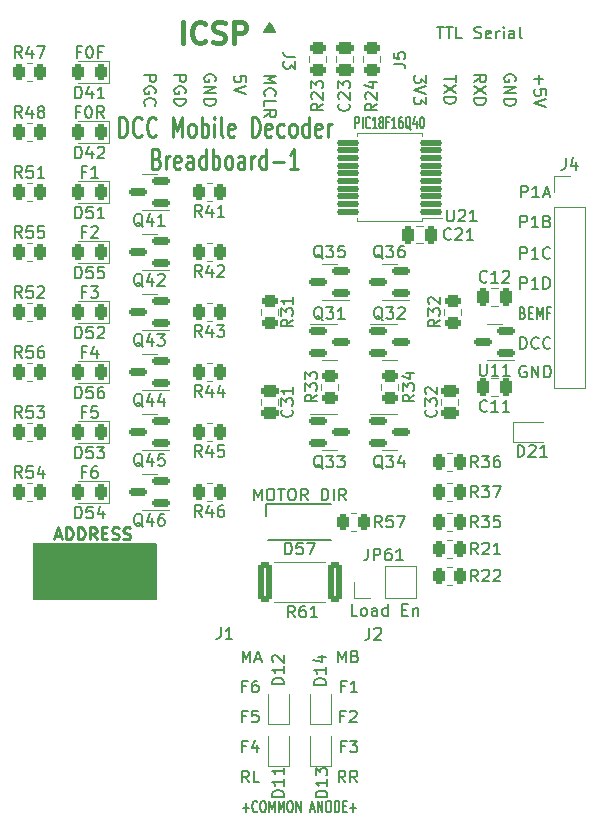
<source format=gto>
G04 #@! TF.GenerationSoftware,KiCad,Pcbnew,(6.0.1-0)*
G04 #@! TF.CreationDate,2023-09-18T16:52:30-04:00*
G04 #@! TF.ProjectId,Breadboard-1,42726561-6462-46f6-9172-642d312e6b69,rev?*
G04 #@! TF.SameCoordinates,Original*
G04 #@! TF.FileFunction,Legend,Top*
G04 #@! TF.FilePolarity,Positive*
%FSLAX46Y46*%
G04 Gerber Fmt 4.6, Leading zero omitted, Abs format (unit mm)*
G04 Created by KiCad (PCBNEW (6.0.1-0)) date 2023-09-18 16:52:30*
%MOMM*%
%LPD*%
G01*
G04 APERTURE LIST*
G04 Aperture macros list*
%AMRoundRect*
0 Rectangle with rounded corners*
0 $1 Rounding radius*
0 $2 $3 $4 $5 $6 $7 $8 $9 X,Y pos of 4 corners*
0 Add a 4 corners polygon primitive as box body*
4,1,4,$2,$3,$4,$5,$6,$7,$8,$9,$2,$3,0*
0 Add four circle primitives for the rounded corners*
1,1,$1+$1,$2,$3*
1,1,$1+$1,$4,$5*
1,1,$1+$1,$6,$7*
1,1,$1+$1,$8,$9*
0 Add four rect primitives between the rounded corners*
20,1,$1+$1,$2,$3,$4,$5,0*
20,1,$1+$1,$4,$5,$6,$7,0*
20,1,$1+$1,$6,$7,$8,$9,0*
20,1,$1+$1,$8,$9,$2,$3,0*%
G04 Aperture macros list end*
%ADD10C,0.150000*%
%ADD11C,0.254000*%
%ADD12C,0.127000*%
%ADD13C,0.381000*%
%ADD14C,0.120000*%
%ADD15R,0.450000X0.600000*%
%ADD16RoundRect,0.250000X0.262500X0.450000X-0.262500X0.450000X-0.262500X-0.450000X0.262500X-0.450000X0*%
%ADD17RoundRect,0.150000X-0.587500X-0.150000X0.587500X-0.150000X0.587500X0.150000X-0.587500X0.150000X0*%
%ADD18R,1.700000X1.700000*%
%ADD19O,1.700000X1.700000*%
%ADD20RoundRect,0.250000X-0.250000X-0.475000X0.250000X-0.475000X0.250000X0.475000X-0.250000X0.475000X0*%
%ADD21RoundRect,0.150000X0.587500X0.150000X-0.587500X0.150000X-0.587500X-0.150000X0.587500X-0.150000X0*%
%ADD22RoundRect,0.250000X-0.450000X0.262500X-0.450000X-0.262500X0.450000X-0.262500X0.450000X0.262500X0*%
%ADD23RoundRect,0.250000X-0.262500X-0.450000X0.262500X-0.450000X0.262500X0.450000X-0.262500X0.450000X0*%
%ADD24C,1.448000*%
%ADD25RoundRect,0.243750X0.243750X0.456250X-0.243750X0.456250X-0.243750X-0.456250X0.243750X-0.456250X0*%
%ADD26RoundRect,0.250000X-0.362500X-1.425000X0.362500X-1.425000X0.362500X1.425000X-0.362500X1.425000X0*%
%ADD27R,0.600000X0.450000*%
%ADD28R,1.500000X1.000000*%
%ADD29RoundRect,0.250000X-0.475000X0.250000X-0.475000X-0.250000X0.475000X-0.250000X0.475000X0.250000X0*%
%ADD30RoundRect,0.125000X0.825000X0.125000X-0.825000X0.125000X-0.825000X-0.125000X0.825000X-0.125000X0*%
%ADD31RoundRect,0.250000X0.475000X-0.250000X0.475000X0.250000X-0.475000X0.250000X-0.475000X-0.250000X0*%
%ADD32RoundRect,0.250000X0.450000X-0.262500X0.450000X0.262500X-0.450000X0.262500X-0.450000X-0.262500X0*%
G04 APERTURE END LIST*
D10*
X80048666Y-112958571D02*
X79715333Y-112958571D01*
X79715333Y-113482380D02*
X79715333Y-112482380D01*
X80191523Y-112482380D01*
X80477238Y-112482380D02*
X81096285Y-112482380D01*
X80762952Y-112863333D01*
X80905809Y-112863333D01*
X81001047Y-112910952D01*
X81048666Y-112958571D01*
X81096285Y-113053809D01*
X81096285Y-113291904D01*
X81048666Y-113387142D01*
X81001047Y-113434761D01*
X80905809Y-113482380D01*
X80620095Y-113482380D01*
X80524857Y-113434761D01*
X80477238Y-113387142D01*
X63047619Y-56142095D02*
X64047619Y-56142095D01*
X64047619Y-56523047D01*
X64000000Y-56618285D01*
X63952380Y-56665904D01*
X63857142Y-56713523D01*
X63714285Y-56713523D01*
X63619047Y-56665904D01*
X63571428Y-56618285D01*
X63523809Y-56523047D01*
X63523809Y-56142095D01*
X64000000Y-57665904D02*
X64047619Y-57570666D01*
X64047619Y-57427809D01*
X64000000Y-57284952D01*
X63904761Y-57189714D01*
X63809523Y-57142095D01*
X63619047Y-57094476D01*
X63476190Y-57094476D01*
X63285714Y-57142095D01*
X63190476Y-57189714D01*
X63095238Y-57284952D01*
X63047619Y-57427809D01*
X63047619Y-57523047D01*
X63095238Y-57665904D01*
X63142857Y-57713523D01*
X63476190Y-57713523D01*
X63476190Y-57523047D01*
X63142857Y-58713523D02*
X63095238Y-58665904D01*
X63047619Y-58523047D01*
X63047619Y-58427809D01*
X63095238Y-58284952D01*
X63190476Y-58189714D01*
X63285714Y-58142095D01*
X63476190Y-58094476D01*
X63619047Y-58094476D01*
X63809523Y-58142095D01*
X63904761Y-58189714D01*
X64000000Y-58284952D01*
X64047619Y-58427809D01*
X64047619Y-58523047D01*
X64000000Y-58665904D01*
X63952380Y-58713523D01*
X69080000Y-56642095D02*
X69127619Y-56546857D01*
X69127619Y-56404000D01*
X69080000Y-56261142D01*
X68984761Y-56165904D01*
X68889523Y-56118285D01*
X68699047Y-56070666D01*
X68556190Y-56070666D01*
X68365714Y-56118285D01*
X68270476Y-56165904D01*
X68175238Y-56261142D01*
X68127619Y-56404000D01*
X68127619Y-56499238D01*
X68175238Y-56642095D01*
X68222857Y-56689714D01*
X68556190Y-56689714D01*
X68556190Y-56499238D01*
X68127619Y-57118285D02*
X69127619Y-57118285D01*
X68127619Y-57689714D01*
X69127619Y-57689714D01*
X68127619Y-58165904D02*
X69127619Y-58165904D01*
X69127619Y-58404000D01*
X69080000Y-58546857D01*
X68984761Y-58642095D01*
X68889523Y-58689714D01*
X68699047Y-58737333D01*
X68556190Y-58737333D01*
X68365714Y-58689714D01*
X68270476Y-58642095D01*
X68175238Y-58546857D01*
X68127619Y-58404000D01*
X68127619Y-58165904D01*
X96448571Y-56118285D02*
X96448571Y-56880190D01*
X96067619Y-56499238D02*
X96829523Y-56499238D01*
X97067619Y-57832571D02*
X97067619Y-57356380D01*
X96591428Y-57308761D01*
X96639047Y-57356380D01*
X96686666Y-57451619D01*
X96686666Y-57689714D01*
X96639047Y-57784952D01*
X96591428Y-57832571D01*
X96496190Y-57880190D01*
X96258095Y-57880190D01*
X96162857Y-57832571D01*
X96115238Y-57784952D01*
X96067619Y-57689714D01*
X96067619Y-57451619D01*
X96115238Y-57356380D01*
X96162857Y-57308761D01*
X97067619Y-58165904D02*
X96067619Y-58499238D01*
X97067619Y-58832571D01*
X73279047Y-52474761D02*
X73279047Y-52522380D01*
X73326666Y-52379523D02*
X73326666Y-52522380D01*
X73374285Y-52284285D02*
X73374285Y-52522380D01*
X73421904Y-52189047D02*
X73421904Y-52522380D01*
X73469523Y-52141428D02*
X73469523Y-52522380D01*
X73517142Y-52046190D02*
X73517142Y-52522380D01*
X73564761Y-51950952D02*
X73564761Y-52522380D01*
X73612380Y-51855714D02*
X73612380Y-52522380D01*
X73660000Y-51760476D02*
X73660000Y-52522380D01*
X73707619Y-51855714D02*
X73707619Y-52522380D01*
X73755238Y-51950952D02*
X73755238Y-52522380D01*
X73802857Y-52046190D02*
X73802857Y-52522380D01*
X73850476Y-52141428D02*
X73850476Y-52522380D01*
X73898095Y-52189047D02*
X73898095Y-52522380D01*
X73945714Y-52284285D02*
X73945714Y-52522380D01*
X73993333Y-52379523D02*
X73993333Y-52522380D01*
X74040952Y-52522380D02*
X73660000Y-51808095D01*
X73279047Y-52522380D01*
X74040952Y-52474761D02*
X74040952Y-52522380D01*
X73660000Y-51760476D02*
X74088571Y-52522380D01*
X73231428Y-52522380D01*
X73660000Y-51760476D01*
X94900904Y-74239380D02*
X94900904Y-73239380D01*
X95281857Y-73239380D01*
X95377095Y-73287000D01*
X95424714Y-73334619D01*
X95472333Y-73429857D01*
X95472333Y-73572714D01*
X95424714Y-73667952D01*
X95377095Y-73715571D01*
X95281857Y-73763190D01*
X94900904Y-73763190D01*
X96424714Y-74239380D02*
X95853285Y-74239380D01*
X96139000Y-74239380D02*
X96139000Y-73239380D01*
X96043761Y-73382238D01*
X95948523Y-73477476D01*
X95853285Y-73525095D01*
X96853285Y-74239380D02*
X96853285Y-73239380D01*
X97091380Y-73239380D01*
X97234238Y-73287000D01*
X97329476Y-73382238D01*
X97377095Y-73477476D01*
X97424714Y-73667952D01*
X97424714Y-73810809D01*
X97377095Y-74001285D01*
X97329476Y-74096523D01*
X97234238Y-74191761D01*
X97091380Y-74239380D01*
X96853285Y-74239380D01*
X79981466Y-110418571D02*
X79648133Y-110418571D01*
X79648133Y-110942380D02*
X79648133Y-109942380D01*
X80124323Y-109942380D01*
X80457657Y-110037619D02*
X80505276Y-109990000D01*
X80600514Y-109942380D01*
X80838609Y-109942380D01*
X80933847Y-109990000D01*
X80981466Y-110037619D01*
X81029085Y-110132857D01*
X81029085Y-110228095D01*
X80981466Y-110370952D01*
X80410038Y-110942380D01*
X81029085Y-110942380D01*
X89447619Y-56142095D02*
X89447619Y-56713523D01*
X88447619Y-56427809D02*
X89447619Y-56427809D01*
X89447619Y-56951619D02*
X88447619Y-57618285D01*
X89447619Y-57618285D02*
X88447619Y-56951619D01*
X88447619Y-57999238D02*
X89447619Y-57999238D01*
X89447619Y-58237333D01*
X89400000Y-58380190D01*
X89304761Y-58475428D01*
X89209523Y-58523047D01*
X89019047Y-58570666D01*
X88876190Y-58570666D01*
X88685714Y-58523047D01*
X88590476Y-58475428D01*
X88495238Y-58380190D01*
X88447619Y-58237333D01*
X88447619Y-57999238D01*
X71684666Y-107878571D02*
X71351333Y-107878571D01*
X71351333Y-108402380D02*
X71351333Y-107402380D01*
X71827523Y-107402380D01*
X72637047Y-107402380D02*
X72446571Y-107402380D01*
X72351333Y-107450000D01*
X72303714Y-107497619D01*
X72208476Y-107640476D01*
X72160857Y-107830952D01*
X72160857Y-108211904D01*
X72208476Y-108307142D01*
X72256095Y-108354761D01*
X72351333Y-108402380D01*
X72541809Y-108402380D01*
X72637047Y-108354761D01*
X72684666Y-108307142D01*
X72732285Y-108211904D01*
X72732285Y-107973809D01*
X72684666Y-107878571D01*
X72637047Y-107830952D01*
X72541809Y-107783333D01*
X72351333Y-107783333D01*
X72256095Y-107830952D01*
X72208476Y-107878571D01*
X72160857Y-107973809D01*
X86907619Y-56165904D02*
X86907619Y-56784952D01*
X86526666Y-56451619D01*
X86526666Y-56594476D01*
X86479047Y-56689714D01*
X86431428Y-56737333D01*
X86336190Y-56784952D01*
X86098095Y-56784952D01*
X86002857Y-56737333D01*
X85955238Y-56689714D01*
X85907619Y-56594476D01*
X85907619Y-56308761D01*
X85955238Y-56213523D01*
X86002857Y-56165904D01*
X86907619Y-57070666D02*
X85907619Y-57404000D01*
X86907619Y-57737333D01*
X86907619Y-57975428D02*
X86907619Y-58594476D01*
X86526666Y-58261142D01*
X86526666Y-58404000D01*
X86479047Y-58499238D01*
X86431428Y-58546857D01*
X86336190Y-58594476D01*
X86098095Y-58594476D01*
X86002857Y-58546857D01*
X85955238Y-58499238D01*
X85907619Y-58404000D01*
X85907619Y-58118285D01*
X85955238Y-58023047D01*
X86002857Y-57975428D01*
X95086714Y-76255571D02*
X95195571Y-76303190D01*
X95231857Y-76350809D01*
X95268142Y-76446047D01*
X95268142Y-76588904D01*
X95231857Y-76684142D01*
X95195571Y-76731761D01*
X95123000Y-76779380D01*
X94832714Y-76779380D01*
X94832714Y-75779380D01*
X95086714Y-75779380D01*
X95159285Y-75827000D01*
X95195571Y-75874619D01*
X95231857Y-75969857D01*
X95231857Y-76065095D01*
X95195571Y-76160333D01*
X95159285Y-76207952D01*
X95086714Y-76255571D01*
X94832714Y-76255571D01*
X95594714Y-76255571D02*
X95848714Y-76255571D01*
X95957571Y-76779380D02*
X95594714Y-76779380D01*
X95594714Y-75779380D01*
X95957571Y-75779380D01*
X96284142Y-76779380D02*
X96284142Y-75779380D01*
X96538142Y-76493666D01*
X96792142Y-75779380D01*
X96792142Y-76779380D01*
X97409000Y-76255571D02*
X97155000Y-76255571D01*
X97155000Y-76779380D02*
X97155000Y-75779380D01*
X97517857Y-75779380D01*
X80048666Y-107878571D02*
X79715333Y-107878571D01*
X79715333Y-108402380D02*
X79715333Y-107402380D01*
X80191523Y-107402380D01*
X81096285Y-108402380D02*
X80524857Y-108402380D01*
X80810571Y-108402380D02*
X80810571Y-107402380D01*
X80715333Y-107545238D01*
X80620095Y-107640476D01*
X80524857Y-107688095D01*
D11*
X60935714Y-61376547D02*
X60935714Y-59676547D01*
X61221428Y-59676547D01*
X61392857Y-59757500D01*
X61507142Y-59919404D01*
X61564285Y-60081309D01*
X61621428Y-60405119D01*
X61621428Y-60647976D01*
X61564285Y-60971785D01*
X61507142Y-61133690D01*
X61392857Y-61295595D01*
X61221428Y-61376547D01*
X60935714Y-61376547D01*
X62821428Y-61214642D02*
X62764285Y-61295595D01*
X62592857Y-61376547D01*
X62478571Y-61376547D01*
X62307142Y-61295595D01*
X62192857Y-61133690D01*
X62135714Y-60971785D01*
X62078571Y-60647976D01*
X62078571Y-60405119D01*
X62135714Y-60081309D01*
X62192857Y-59919404D01*
X62307142Y-59757500D01*
X62478571Y-59676547D01*
X62592857Y-59676547D01*
X62764285Y-59757500D01*
X62821428Y-59838452D01*
X64021428Y-61214642D02*
X63964285Y-61295595D01*
X63792857Y-61376547D01*
X63678571Y-61376547D01*
X63507142Y-61295595D01*
X63392857Y-61133690D01*
X63335714Y-60971785D01*
X63278571Y-60647976D01*
X63278571Y-60405119D01*
X63335714Y-60081309D01*
X63392857Y-59919404D01*
X63507142Y-59757500D01*
X63678571Y-59676547D01*
X63792857Y-59676547D01*
X63964285Y-59757500D01*
X64021428Y-59838452D01*
X65450000Y-61376547D02*
X65450000Y-59676547D01*
X65850000Y-60890833D01*
X66250000Y-59676547D01*
X66250000Y-61376547D01*
X66992857Y-61376547D02*
X66878571Y-61295595D01*
X66821428Y-61214642D01*
X66764285Y-61052738D01*
X66764285Y-60567023D01*
X66821428Y-60405119D01*
X66878571Y-60324166D01*
X66992857Y-60243214D01*
X67164285Y-60243214D01*
X67278571Y-60324166D01*
X67335714Y-60405119D01*
X67392857Y-60567023D01*
X67392857Y-61052738D01*
X67335714Y-61214642D01*
X67278571Y-61295595D01*
X67164285Y-61376547D01*
X66992857Y-61376547D01*
X67907142Y-61376547D02*
X67907142Y-59676547D01*
X67907142Y-60324166D02*
X68021428Y-60243214D01*
X68250000Y-60243214D01*
X68364285Y-60324166D01*
X68421428Y-60405119D01*
X68478571Y-60567023D01*
X68478571Y-61052738D01*
X68421428Y-61214642D01*
X68364285Y-61295595D01*
X68250000Y-61376547D01*
X68021428Y-61376547D01*
X67907142Y-61295595D01*
X68992857Y-61376547D02*
X68992857Y-60243214D01*
X68992857Y-59676547D02*
X68935714Y-59757500D01*
X68992857Y-59838452D01*
X69050000Y-59757500D01*
X68992857Y-59676547D01*
X68992857Y-59838452D01*
X69735714Y-61376547D02*
X69621428Y-61295595D01*
X69564285Y-61133690D01*
X69564285Y-59676547D01*
X70650000Y-61295595D02*
X70535714Y-61376547D01*
X70307142Y-61376547D01*
X70192857Y-61295595D01*
X70135714Y-61133690D01*
X70135714Y-60486071D01*
X70192857Y-60324166D01*
X70307142Y-60243214D01*
X70535714Y-60243214D01*
X70650000Y-60324166D01*
X70707142Y-60486071D01*
X70707142Y-60647976D01*
X70135714Y-60809880D01*
X72135714Y-61376547D02*
X72135714Y-59676547D01*
X72421428Y-59676547D01*
X72592857Y-59757500D01*
X72707142Y-59919404D01*
X72764285Y-60081309D01*
X72821428Y-60405119D01*
X72821428Y-60647976D01*
X72764285Y-60971785D01*
X72707142Y-61133690D01*
X72592857Y-61295595D01*
X72421428Y-61376547D01*
X72135714Y-61376547D01*
X73792857Y-61295595D02*
X73678571Y-61376547D01*
X73450000Y-61376547D01*
X73335714Y-61295595D01*
X73278571Y-61133690D01*
X73278571Y-60486071D01*
X73335714Y-60324166D01*
X73450000Y-60243214D01*
X73678571Y-60243214D01*
X73792857Y-60324166D01*
X73850000Y-60486071D01*
X73850000Y-60647976D01*
X73278571Y-60809880D01*
X74878571Y-61295595D02*
X74764285Y-61376547D01*
X74535714Y-61376547D01*
X74421428Y-61295595D01*
X74364285Y-61214642D01*
X74307142Y-61052738D01*
X74307142Y-60567023D01*
X74364285Y-60405119D01*
X74421428Y-60324166D01*
X74535714Y-60243214D01*
X74764285Y-60243214D01*
X74878571Y-60324166D01*
X75564285Y-61376547D02*
X75450000Y-61295595D01*
X75392857Y-61214642D01*
X75335714Y-61052738D01*
X75335714Y-60567023D01*
X75392857Y-60405119D01*
X75450000Y-60324166D01*
X75564285Y-60243214D01*
X75735714Y-60243214D01*
X75850000Y-60324166D01*
X75907142Y-60405119D01*
X75964285Y-60567023D01*
X75964285Y-61052738D01*
X75907142Y-61214642D01*
X75850000Y-61295595D01*
X75735714Y-61376547D01*
X75564285Y-61376547D01*
X76992857Y-61376547D02*
X76992857Y-59676547D01*
X76992857Y-61295595D02*
X76878571Y-61376547D01*
X76650000Y-61376547D01*
X76535714Y-61295595D01*
X76478571Y-61214642D01*
X76421428Y-61052738D01*
X76421428Y-60567023D01*
X76478571Y-60405119D01*
X76535714Y-60324166D01*
X76650000Y-60243214D01*
X76878571Y-60243214D01*
X76992857Y-60324166D01*
X78021428Y-61295595D02*
X77907142Y-61376547D01*
X77678571Y-61376547D01*
X77564285Y-61295595D01*
X77507142Y-61133690D01*
X77507142Y-60486071D01*
X77564285Y-60324166D01*
X77678571Y-60243214D01*
X77907142Y-60243214D01*
X78021428Y-60324166D01*
X78078571Y-60486071D01*
X78078571Y-60647976D01*
X77507142Y-60809880D01*
X78592857Y-61376547D02*
X78592857Y-60243214D01*
X78592857Y-60567023D02*
X78650000Y-60405119D01*
X78707142Y-60324166D01*
X78821428Y-60243214D01*
X78935714Y-60243214D01*
X64107142Y-63223071D02*
X64278571Y-63304023D01*
X64335714Y-63384976D01*
X64392857Y-63546880D01*
X64392857Y-63789738D01*
X64335714Y-63951642D01*
X64278571Y-64032595D01*
X64164285Y-64113547D01*
X63707142Y-64113547D01*
X63707142Y-62413547D01*
X64107142Y-62413547D01*
X64221428Y-62494500D01*
X64278571Y-62575452D01*
X64335714Y-62737357D01*
X64335714Y-62899261D01*
X64278571Y-63061166D01*
X64221428Y-63142119D01*
X64107142Y-63223071D01*
X63707142Y-63223071D01*
X64907142Y-64113547D02*
X64907142Y-62980214D01*
X64907142Y-63304023D02*
X64964285Y-63142119D01*
X65021428Y-63061166D01*
X65135714Y-62980214D01*
X65249999Y-62980214D01*
X66107142Y-64032595D02*
X65992857Y-64113547D01*
X65764285Y-64113547D01*
X65649999Y-64032595D01*
X65592857Y-63870690D01*
X65592857Y-63223071D01*
X65649999Y-63061166D01*
X65764285Y-62980214D01*
X65992857Y-62980214D01*
X66107142Y-63061166D01*
X66164285Y-63223071D01*
X66164285Y-63384976D01*
X65592857Y-63546880D01*
X67192857Y-64113547D02*
X67192857Y-63223071D01*
X67135714Y-63061166D01*
X67021428Y-62980214D01*
X66792857Y-62980214D01*
X66678571Y-63061166D01*
X67192857Y-64032595D02*
X67078571Y-64113547D01*
X66792857Y-64113547D01*
X66678571Y-64032595D01*
X66621428Y-63870690D01*
X66621428Y-63708785D01*
X66678571Y-63546880D01*
X66792857Y-63465928D01*
X67078571Y-63465928D01*
X67192857Y-63384976D01*
X68278571Y-64113547D02*
X68278571Y-62413547D01*
X68278571Y-64032595D02*
X68164285Y-64113547D01*
X67935714Y-64113547D01*
X67821428Y-64032595D01*
X67764285Y-63951642D01*
X67707142Y-63789738D01*
X67707142Y-63304023D01*
X67764285Y-63142119D01*
X67821428Y-63061166D01*
X67935714Y-62980214D01*
X68164285Y-62980214D01*
X68278571Y-63061166D01*
X68850000Y-64113547D02*
X68850000Y-62413547D01*
X68850000Y-63061166D02*
X68964285Y-62980214D01*
X69192857Y-62980214D01*
X69307142Y-63061166D01*
X69364285Y-63142119D01*
X69421428Y-63304023D01*
X69421428Y-63789738D01*
X69364285Y-63951642D01*
X69307142Y-64032595D01*
X69192857Y-64113547D01*
X68964285Y-64113547D01*
X68850000Y-64032595D01*
X70107142Y-64113547D02*
X69992857Y-64032595D01*
X69935714Y-63951642D01*
X69878571Y-63789738D01*
X69878571Y-63304023D01*
X69935714Y-63142119D01*
X69992857Y-63061166D01*
X70107142Y-62980214D01*
X70278571Y-62980214D01*
X70392857Y-63061166D01*
X70450000Y-63142119D01*
X70507142Y-63304023D01*
X70507142Y-63789738D01*
X70450000Y-63951642D01*
X70392857Y-64032595D01*
X70278571Y-64113547D01*
X70107142Y-64113547D01*
X71535714Y-64113547D02*
X71535714Y-63223071D01*
X71478571Y-63061166D01*
X71364285Y-62980214D01*
X71135714Y-62980214D01*
X71021428Y-63061166D01*
X71535714Y-64032595D02*
X71421428Y-64113547D01*
X71135714Y-64113547D01*
X71021428Y-64032595D01*
X70964285Y-63870690D01*
X70964285Y-63708785D01*
X71021428Y-63546880D01*
X71135714Y-63465928D01*
X71421428Y-63465928D01*
X71535714Y-63384976D01*
X72107142Y-64113547D02*
X72107142Y-62980214D01*
X72107142Y-63304023D02*
X72164285Y-63142119D01*
X72221428Y-63061166D01*
X72335714Y-62980214D01*
X72450000Y-62980214D01*
X73364285Y-64113547D02*
X73364285Y-62413547D01*
X73364285Y-64032595D02*
X73250000Y-64113547D01*
X73021428Y-64113547D01*
X72907142Y-64032595D01*
X72850000Y-63951642D01*
X72792857Y-63789738D01*
X72792857Y-63304023D01*
X72850000Y-63142119D01*
X72907142Y-63061166D01*
X73021428Y-62980214D01*
X73250000Y-62980214D01*
X73364285Y-63061166D01*
X73935714Y-63465928D02*
X74850000Y-63465928D01*
X76050000Y-64113547D02*
X75364285Y-64113547D01*
X75707142Y-64113547D02*
X75707142Y-62413547D01*
X75592857Y-62656404D01*
X75478571Y-62818309D01*
X75364285Y-62899261D01*
D12*
X71383071Y-118181428D02*
X71905585Y-118181428D01*
X71644328Y-118562380D02*
X71644328Y-117800476D01*
X72624042Y-118467142D02*
X72591385Y-118514761D01*
X72493414Y-118562380D01*
X72428100Y-118562380D01*
X72330128Y-118514761D01*
X72264814Y-118419523D01*
X72232157Y-118324285D01*
X72199500Y-118133809D01*
X72199500Y-117990952D01*
X72232157Y-117800476D01*
X72264814Y-117705238D01*
X72330128Y-117610000D01*
X72428100Y-117562380D01*
X72493414Y-117562380D01*
X72591385Y-117610000D01*
X72624042Y-117657619D01*
X73048585Y-117562380D02*
X73179214Y-117562380D01*
X73244528Y-117610000D01*
X73309842Y-117705238D01*
X73342500Y-117895714D01*
X73342500Y-118229047D01*
X73309842Y-118419523D01*
X73244528Y-118514761D01*
X73179214Y-118562380D01*
X73048585Y-118562380D01*
X72983271Y-118514761D01*
X72917957Y-118419523D01*
X72885300Y-118229047D01*
X72885300Y-117895714D01*
X72917957Y-117705238D01*
X72983271Y-117610000D01*
X73048585Y-117562380D01*
X73636414Y-118562380D02*
X73636414Y-117562380D01*
X73865014Y-118276666D01*
X74093614Y-117562380D01*
X74093614Y-118562380D01*
X74420185Y-118562380D02*
X74420185Y-117562380D01*
X74648785Y-118276666D01*
X74877385Y-117562380D01*
X74877385Y-118562380D01*
X75334585Y-117562380D02*
X75465214Y-117562380D01*
X75530528Y-117610000D01*
X75595842Y-117705238D01*
X75628500Y-117895714D01*
X75628500Y-118229047D01*
X75595842Y-118419523D01*
X75530528Y-118514761D01*
X75465214Y-118562380D01*
X75334585Y-118562380D01*
X75269271Y-118514761D01*
X75203957Y-118419523D01*
X75171300Y-118229047D01*
X75171300Y-117895714D01*
X75203957Y-117705238D01*
X75269271Y-117610000D01*
X75334585Y-117562380D01*
X75922414Y-118562380D02*
X75922414Y-117562380D01*
X76314300Y-118562380D01*
X76314300Y-117562380D01*
X77130728Y-118276666D02*
X77457300Y-118276666D01*
X77065414Y-118562380D02*
X77294014Y-117562380D01*
X77522614Y-118562380D01*
X77751214Y-118562380D02*
X77751214Y-117562380D01*
X78143100Y-118562380D01*
X78143100Y-117562380D01*
X78600300Y-117562380D02*
X78730928Y-117562380D01*
X78796242Y-117610000D01*
X78861557Y-117705238D01*
X78894214Y-117895714D01*
X78894214Y-118229047D01*
X78861557Y-118419523D01*
X78796242Y-118514761D01*
X78730928Y-118562380D01*
X78600300Y-118562380D01*
X78534985Y-118514761D01*
X78469671Y-118419523D01*
X78437014Y-118229047D01*
X78437014Y-117895714D01*
X78469671Y-117705238D01*
X78534985Y-117610000D01*
X78600300Y-117562380D01*
X79188128Y-118562380D02*
X79188128Y-117562380D01*
X79351414Y-117562380D01*
X79449385Y-117610000D01*
X79514700Y-117705238D01*
X79547357Y-117800476D01*
X79580014Y-117990952D01*
X79580014Y-118133809D01*
X79547357Y-118324285D01*
X79514700Y-118419523D01*
X79449385Y-118514761D01*
X79351414Y-118562380D01*
X79188128Y-118562380D01*
X79873928Y-118038571D02*
X80102528Y-118038571D01*
X80200500Y-118562380D02*
X79873928Y-118562380D01*
X79873928Y-117562380D01*
X80200500Y-117562380D01*
X80494414Y-118181428D02*
X81016928Y-118181428D01*
X80755671Y-118562380D02*
X80755671Y-117800476D01*
D10*
X94877095Y-79319380D02*
X94877095Y-78319380D01*
X95115190Y-78319380D01*
X95258047Y-78367000D01*
X95353285Y-78462238D01*
X95400904Y-78557476D01*
X95448523Y-78747952D01*
X95448523Y-78890809D01*
X95400904Y-79081285D01*
X95353285Y-79176523D01*
X95258047Y-79271761D01*
X95115190Y-79319380D01*
X94877095Y-79319380D01*
X96448523Y-79224142D02*
X96400904Y-79271761D01*
X96258047Y-79319380D01*
X96162809Y-79319380D01*
X96019952Y-79271761D01*
X95924714Y-79176523D01*
X95877095Y-79081285D01*
X95829476Y-78890809D01*
X95829476Y-78747952D01*
X95877095Y-78557476D01*
X95924714Y-78462238D01*
X96019952Y-78367000D01*
X96162809Y-78319380D01*
X96258047Y-78319380D01*
X96400904Y-78367000D01*
X96448523Y-78414619D01*
X97448523Y-79224142D02*
X97400904Y-79271761D01*
X97258047Y-79319380D01*
X97162809Y-79319380D01*
X97019952Y-79271761D01*
X96924714Y-79176523D01*
X96877095Y-79081285D01*
X96829476Y-78890809D01*
X96829476Y-78747952D01*
X96877095Y-78557476D01*
X96924714Y-78462238D01*
X97019952Y-78367000D01*
X97162809Y-78319380D01*
X97258047Y-78319380D01*
X97400904Y-78367000D01*
X97448523Y-78414619D01*
X94900904Y-71699380D02*
X94900904Y-70699380D01*
X95281857Y-70699380D01*
X95377095Y-70747000D01*
X95424714Y-70794619D01*
X95472333Y-70889857D01*
X95472333Y-71032714D01*
X95424714Y-71127952D01*
X95377095Y-71175571D01*
X95281857Y-71223190D01*
X94900904Y-71223190D01*
X96424714Y-71699380D02*
X95853285Y-71699380D01*
X96139000Y-71699380D02*
X96139000Y-70699380D01*
X96043761Y-70842238D01*
X95948523Y-70937476D01*
X95853285Y-70985095D01*
X97424714Y-71604142D02*
X97377095Y-71651761D01*
X97234238Y-71699380D01*
X97139000Y-71699380D01*
X96996142Y-71651761D01*
X96900904Y-71556523D01*
X96853285Y-71461285D01*
X96805666Y-71270809D01*
X96805666Y-71127952D01*
X96853285Y-70937476D01*
X96900904Y-70842238D01*
X96996142Y-70747000D01*
X97139000Y-70699380D01*
X97234238Y-70699380D01*
X97377095Y-70747000D01*
X97424714Y-70794619D01*
X71904761Y-116022380D02*
X71571428Y-115546190D01*
X71333333Y-116022380D02*
X71333333Y-115022380D01*
X71714285Y-115022380D01*
X71809523Y-115070000D01*
X71857142Y-115117619D01*
X71904761Y-115212857D01*
X71904761Y-115355714D01*
X71857142Y-115450952D01*
X71809523Y-115498571D01*
X71714285Y-115546190D01*
X71333333Y-115546190D01*
X72809523Y-116022380D02*
X72333333Y-116022380D01*
X72333333Y-115022380D01*
X73207619Y-56173904D02*
X74207619Y-56173904D01*
X73493333Y-56507238D01*
X74207619Y-56840571D01*
X73207619Y-56840571D01*
X73302857Y-57888190D02*
X73255238Y-57840571D01*
X73207619Y-57697714D01*
X73207619Y-57602476D01*
X73255238Y-57459619D01*
X73350476Y-57364380D01*
X73445714Y-57316761D01*
X73636190Y-57269142D01*
X73779047Y-57269142D01*
X73969523Y-57316761D01*
X74064761Y-57364380D01*
X74160000Y-57459619D01*
X74207619Y-57602476D01*
X74207619Y-57697714D01*
X74160000Y-57840571D01*
X74112380Y-57888190D01*
X73207619Y-58792952D02*
X73207619Y-58316761D01*
X74207619Y-58316761D01*
X73207619Y-59697714D02*
X73683809Y-59364380D01*
X73207619Y-59126285D02*
X74207619Y-59126285D01*
X74207619Y-59507238D01*
X74160000Y-59602476D01*
X74112380Y-59650095D01*
X74017142Y-59697714D01*
X73874285Y-59697714D01*
X73779047Y-59650095D01*
X73731428Y-59602476D01*
X73683809Y-59507238D01*
X73683809Y-59126285D01*
X79430666Y-105862380D02*
X79430666Y-104862380D01*
X79764000Y-105576666D01*
X80097333Y-104862380D01*
X80097333Y-105862380D01*
X80906857Y-105338571D02*
X81049714Y-105386190D01*
X81097333Y-105433809D01*
X81144952Y-105529047D01*
X81144952Y-105671904D01*
X81097333Y-105767142D01*
X81049714Y-105814761D01*
X80954476Y-105862380D01*
X80573523Y-105862380D01*
X80573523Y-104862380D01*
X80906857Y-104862380D01*
X81002095Y-104910000D01*
X81049714Y-104957619D01*
X81097333Y-105052857D01*
X81097333Y-105148095D01*
X81049714Y-105243333D01*
X81002095Y-105290952D01*
X80906857Y-105338571D01*
X80573523Y-105338571D01*
D11*
X55480857Y-95165333D02*
X55964666Y-95165333D01*
X55384095Y-95455619D02*
X55722761Y-94439619D01*
X56061428Y-95455619D01*
X56400095Y-95455619D02*
X56400095Y-94439619D01*
X56642000Y-94439619D01*
X56787142Y-94488000D01*
X56883904Y-94584761D01*
X56932285Y-94681523D01*
X56980666Y-94875047D01*
X56980666Y-95020190D01*
X56932285Y-95213714D01*
X56883904Y-95310476D01*
X56787142Y-95407238D01*
X56642000Y-95455619D01*
X56400095Y-95455619D01*
X57416095Y-95455619D02*
X57416095Y-94439619D01*
X57658000Y-94439619D01*
X57803142Y-94488000D01*
X57899904Y-94584761D01*
X57948285Y-94681523D01*
X57996666Y-94875047D01*
X57996666Y-95020190D01*
X57948285Y-95213714D01*
X57899904Y-95310476D01*
X57803142Y-95407238D01*
X57658000Y-95455619D01*
X57416095Y-95455619D01*
X59012666Y-95455619D02*
X58674000Y-94971809D01*
X58432095Y-95455619D02*
X58432095Y-94439619D01*
X58819142Y-94439619D01*
X58915904Y-94488000D01*
X58964285Y-94536380D01*
X59012666Y-94633142D01*
X59012666Y-94778285D01*
X58964285Y-94875047D01*
X58915904Y-94923428D01*
X58819142Y-94971809D01*
X58432095Y-94971809D01*
X59448095Y-94923428D02*
X59786761Y-94923428D01*
X59931904Y-95455619D02*
X59448095Y-95455619D01*
X59448095Y-94439619D01*
X59931904Y-94439619D01*
X60318952Y-95407238D02*
X60464095Y-95455619D01*
X60706000Y-95455619D01*
X60802761Y-95407238D01*
X60851142Y-95358857D01*
X60899523Y-95262095D01*
X60899523Y-95165333D01*
X60851142Y-95068571D01*
X60802761Y-95020190D01*
X60706000Y-94971809D01*
X60512476Y-94923428D01*
X60415714Y-94875047D01*
X60367333Y-94826666D01*
X60318952Y-94729904D01*
X60318952Y-94633142D01*
X60367333Y-94536380D01*
X60415714Y-94488000D01*
X60512476Y-94439619D01*
X60754380Y-94439619D01*
X60899523Y-94488000D01*
X61286571Y-95407238D02*
X61431714Y-95455619D01*
X61673619Y-95455619D01*
X61770380Y-95407238D01*
X61818761Y-95358857D01*
X61867142Y-95262095D01*
X61867142Y-95165333D01*
X61818761Y-95068571D01*
X61770380Y-95020190D01*
X61673619Y-94971809D01*
X61480095Y-94923428D01*
X61383333Y-94875047D01*
X61334952Y-94826666D01*
X61286571Y-94729904D01*
X61286571Y-94633142D01*
X61334952Y-94536380D01*
X61383333Y-94488000D01*
X61480095Y-94439619D01*
X61722000Y-94439619D01*
X61867142Y-94488000D01*
D10*
X71667619Y-56705523D02*
X71667619Y-56229333D01*
X71191428Y-56181714D01*
X71239047Y-56229333D01*
X71286666Y-56324571D01*
X71286666Y-56562666D01*
X71239047Y-56657904D01*
X71191428Y-56705523D01*
X71096190Y-56753142D01*
X70858095Y-56753142D01*
X70762857Y-56705523D01*
X70715238Y-56657904D01*
X70667619Y-56562666D01*
X70667619Y-56324571D01*
X70715238Y-56229333D01*
X70762857Y-56181714D01*
X71667619Y-57038857D02*
X70667619Y-57372190D01*
X71667619Y-57705523D01*
X94972333Y-66492380D02*
X94972333Y-65492380D01*
X95353285Y-65492380D01*
X95448523Y-65540000D01*
X95496142Y-65587619D01*
X95543761Y-65682857D01*
X95543761Y-65825714D01*
X95496142Y-65920952D01*
X95448523Y-65968571D01*
X95353285Y-66016190D01*
X94972333Y-66016190D01*
X96496142Y-66492380D02*
X95924714Y-66492380D01*
X96210428Y-66492380D02*
X96210428Y-65492380D01*
X96115190Y-65635238D01*
X96019952Y-65730476D01*
X95924714Y-65778095D01*
X96877095Y-66206666D02*
X97353285Y-66206666D01*
X96781857Y-66492380D02*
X97115190Y-65492380D01*
X97448523Y-66492380D01*
X94900904Y-69032380D02*
X94900904Y-68032380D01*
X95281857Y-68032380D01*
X95377095Y-68080000D01*
X95424714Y-68127619D01*
X95472333Y-68222857D01*
X95472333Y-68365714D01*
X95424714Y-68460952D01*
X95377095Y-68508571D01*
X95281857Y-68556190D01*
X94900904Y-68556190D01*
X96424714Y-69032380D02*
X95853285Y-69032380D01*
X96139000Y-69032380D02*
X96139000Y-68032380D01*
X96043761Y-68175238D01*
X95948523Y-68270476D01*
X95853285Y-68318095D01*
X97186619Y-68508571D02*
X97329476Y-68556190D01*
X97377095Y-68603809D01*
X97424714Y-68699047D01*
X97424714Y-68841904D01*
X97377095Y-68937142D01*
X97329476Y-68984761D01*
X97234238Y-69032380D01*
X96853285Y-69032380D01*
X96853285Y-68032380D01*
X97186619Y-68032380D01*
X97281857Y-68080000D01*
X97329476Y-68127619D01*
X97377095Y-68222857D01*
X97377095Y-68318095D01*
X97329476Y-68413333D01*
X97281857Y-68460952D01*
X97186619Y-68508571D01*
X96853285Y-68508571D01*
X95377095Y-80780000D02*
X95281857Y-80732380D01*
X95139000Y-80732380D01*
X94996142Y-80780000D01*
X94900904Y-80875238D01*
X94853285Y-80970476D01*
X94805666Y-81160952D01*
X94805666Y-81303809D01*
X94853285Y-81494285D01*
X94900904Y-81589523D01*
X94996142Y-81684761D01*
X95139000Y-81732380D01*
X95234238Y-81732380D01*
X95377095Y-81684761D01*
X95424714Y-81637142D01*
X95424714Y-81303809D01*
X95234238Y-81303809D01*
X95853285Y-81732380D02*
X95853285Y-80732380D01*
X96424714Y-81732380D01*
X96424714Y-80732380D01*
X96900904Y-81732380D02*
X96900904Y-80732380D01*
X97139000Y-80732380D01*
X97281857Y-80780000D01*
X97377095Y-80875238D01*
X97424714Y-80970476D01*
X97472333Y-81160952D01*
X97472333Y-81303809D01*
X97424714Y-81494285D01*
X97377095Y-81589523D01*
X97281857Y-81684761D01*
X97139000Y-81732380D01*
X96900904Y-81732380D01*
X71374095Y-105862380D02*
X71374095Y-104862380D01*
X71707428Y-105576666D01*
X72040761Y-104862380D01*
X72040761Y-105862380D01*
X72469333Y-105576666D02*
X72945523Y-105576666D01*
X72374095Y-105862380D02*
X72707428Y-104862380D01*
X73040761Y-105862380D01*
X90987619Y-56737333D02*
X91463809Y-56404000D01*
X90987619Y-56165904D02*
X91987619Y-56165904D01*
X91987619Y-56546857D01*
X91940000Y-56642095D01*
X91892380Y-56689714D01*
X91797142Y-56737333D01*
X91654285Y-56737333D01*
X91559047Y-56689714D01*
X91511428Y-56642095D01*
X91463809Y-56546857D01*
X91463809Y-56165904D01*
X91987619Y-57070666D02*
X90987619Y-57737333D01*
X91987619Y-57737333D02*
X90987619Y-57070666D01*
X90987619Y-58118285D02*
X91987619Y-58118285D01*
X91987619Y-58356380D01*
X91940000Y-58499238D01*
X91844761Y-58594476D01*
X91749523Y-58642095D01*
X91559047Y-58689714D01*
X91416190Y-58689714D01*
X91225714Y-58642095D01*
X91130476Y-58594476D01*
X91035238Y-58499238D01*
X90987619Y-58356380D01*
X90987619Y-58118285D01*
X71684666Y-112958571D02*
X71351333Y-112958571D01*
X71351333Y-113482380D02*
X71351333Y-112482380D01*
X71827523Y-112482380D01*
X72637047Y-112815714D02*
X72637047Y-113482380D01*
X72398952Y-112434761D02*
X72160857Y-113149047D01*
X72779904Y-113149047D01*
X80073523Y-116022380D02*
X79740190Y-115546190D01*
X79502095Y-116022380D02*
X79502095Y-115022380D01*
X79883047Y-115022380D01*
X79978285Y-115070000D01*
X80025904Y-115117619D01*
X80073523Y-115212857D01*
X80073523Y-115355714D01*
X80025904Y-115450952D01*
X79978285Y-115498571D01*
X79883047Y-115546190D01*
X79502095Y-115546190D01*
X81073523Y-116022380D02*
X80740190Y-115546190D01*
X80502095Y-116022380D02*
X80502095Y-115022380D01*
X80883047Y-115022380D01*
X80978285Y-115070000D01*
X81025904Y-115117619D01*
X81073523Y-115212857D01*
X81073523Y-115355714D01*
X81025904Y-115450952D01*
X80978285Y-115498571D01*
X80883047Y-115546190D01*
X80502095Y-115546190D01*
X94480000Y-56642095D02*
X94527619Y-56546857D01*
X94527619Y-56404000D01*
X94480000Y-56261142D01*
X94384761Y-56165904D01*
X94289523Y-56118285D01*
X94099047Y-56070666D01*
X93956190Y-56070666D01*
X93765714Y-56118285D01*
X93670476Y-56165904D01*
X93575238Y-56261142D01*
X93527619Y-56404000D01*
X93527619Y-56499238D01*
X93575238Y-56642095D01*
X93622857Y-56689714D01*
X93956190Y-56689714D01*
X93956190Y-56499238D01*
X93527619Y-57118285D02*
X94527619Y-57118285D01*
X93527619Y-57689714D01*
X94527619Y-57689714D01*
X93527619Y-58165904D02*
X94527619Y-58165904D01*
X94527619Y-58404000D01*
X94480000Y-58546857D01*
X94384761Y-58642095D01*
X94289523Y-58689714D01*
X94099047Y-58737333D01*
X93956190Y-58737333D01*
X93765714Y-58689714D01*
X93670476Y-58642095D01*
X93575238Y-58546857D01*
X93527619Y-58404000D01*
X93527619Y-58165904D01*
X65587619Y-56142095D02*
X66587619Y-56142095D01*
X66587619Y-56523047D01*
X66540000Y-56618285D01*
X66492380Y-56665904D01*
X66397142Y-56713523D01*
X66254285Y-56713523D01*
X66159047Y-56665904D01*
X66111428Y-56618285D01*
X66063809Y-56523047D01*
X66063809Y-56142095D01*
X66540000Y-57665904D02*
X66587619Y-57570666D01*
X66587619Y-57427809D01*
X66540000Y-57284952D01*
X66444761Y-57189714D01*
X66349523Y-57142095D01*
X66159047Y-57094476D01*
X66016190Y-57094476D01*
X65825714Y-57142095D01*
X65730476Y-57189714D01*
X65635238Y-57284952D01*
X65587619Y-57427809D01*
X65587619Y-57523047D01*
X65635238Y-57665904D01*
X65682857Y-57713523D01*
X66016190Y-57713523D01*
X66016190Y-57523047D01*
X65587619Y-58142095D02*
X66587619Y-58142095D01*
X66587619Y-58380190D01*
X66540000Y-58523047D01*
X66444761Y-58618285D01*
X66349523Y-58665904D01*
X66159047Y-58713523D01*
X66016190Y-58713523D01*
X65825714Y-58665904D01*
X65730476Y-58618285D01*
X65635238Y-58523047D01*
X65587619Y-58380190D01*
X65587619Y-58142095D01*
X71684666Y-110418571D02*
X71351333Y-110418571D01*
X71351333Y-110942380D02*
X71351333Y-109942380D01*
X71827523Y-109942380D01*
X72684666Y-109942380D02*
X72208476Y-109942380D01*
X72160857Y-110418571D01*
X72208476Y-110370952D01*
X72303714Y-110323333D01*
X72541809Y-110323333D01*
X72637047Y-110370952D01*
X72684666Y-110418571D01*
X72732285Y-110513809D01*
X72732285Y-110751904D01*
X72684666Y-110847142D01*
X72637047Y-110894761D01*
X72541809Y-110942380D01*
X72303714Y-110942380D01*
X72208476Y-110894761D01*
X72160857Y-110847142D01*
X78430380Y-107767285D02*
X77430380Y-107767285D01*
X77430380Y-107529190D01*
X77478000Y-107386333D01*
X77573238Y-107291095D01*
X77668476Y-107243476D01*
X77858952Y-107195857D01*
X78001809Y-107195857D01*
X78192285Y-107243476D01*
X78287523Y-107291095D01*
X78382761Y-107386333D01*
X78430380Y-107529190D01*
X78430380Y-107767285D01*
X78430380Y-106243476D02*
X78430380Y-106814904D01*
X78430380Y-106529190D02*
X77430380Y-106529190D01*
X77573238Y-106624428D01*
X77668476Y-106719666D01*
X77716095Y-106814904D01*
X77763714Y-105386333D02*
X78430380Y-105386333D01*
X77382761Y-105624428D02*
X78097047Y-105862523D01*
X78097047Y-105243476D01*
X67937142Y-68142380D02*
X67603809Y-67666190D01*
X67365714Y-68142380D02*
X67365714Y-67142380D01*
X67746666Y-67142380D01*
X67841904Y-67190000D01*
X67889523Y-67237619D01*
X67937142Y-67332857D01*
X67937142Y-67475714D01*
X67889523Y-67570952D01*
X67841904Y-67618571D01*
X67746666Y-67666190D01*
X67365714Y-67666190D01*
X68794285Y-67475714D02*
X68794285Y-68142380D01*
X68556190Y-67094761D02*
X68318095Y-67809047D01*
X68937142Y-67809047D01*
X69841904Y-68142380D02*
X69270476Y-68142380D01*
X69556190Y-68142380D02*
X69556190Y-67142380D01*
X69460952Y-67285238D01*
X69365714Y-67380476D01*
X69270476Y-67428095D01*
X78168571Y-76887619D02*
X78073333Y-76840000D01*
X77978095Y-76744761D01*
X77835238Y-76601904D01*
X77740000Y-76554285D01*
X77644761Y-76554285D01*
X77692380Y-76792380D02*
X77597142Y-76744761D01*
X77501904Y-76649523D01*
X77454285Y-76459047D01*
X77454285Y-76125714D01*
X77501904Y-75935238D01*
X77597142Y-75840000D01*
X77692380Y-75792380D01*
X77882857Y-75792380D01*
X77978095Y-75840000D01*
X78073333Y-75935238D01*
X78120952Y-76125714D01*
X78120952Y-76459047D01*
X78073333Y-76649523D01*
X77978095Y-76744761D01*
X77882857Y-76792380D01*
X77692380Y-76792380D01*
X78454285Y-75792380D02*
X79073333Y-75792380D01*
X78740000Y-76173333D01*
X78882857Y-76173333D01*
X78978095Y-76220952D01*
X79025714Y-76268571D01*
X79073333Y-76363809D01*
X79073333Y-76601904D01*
X79025714Y-76697142D01*
X78978095Y-76744761D01*
X78882857Y-76792380D01*
X78597142Y-76792380D01*
X78501904Y-76744761D01*
X78454285Y-76697142D01*
X80025714Y-76792380D02*
X79454285Y-76792380D01*
X79740000Y-76792380D02*
X79740000Y-75792380D01*
X79644761Y-75935238D01*
X79549523Y-76030476D01*
X79454285Y-76078095D01*
X98726666Y-63157380D02*
X98726666Y-63871666D01*
X98679047Y-64014523D01*
X98583809Y-64109761D01*
X98440952Y-64157380D01*
X98345714Y-64157380D01*
X99631428Y-63490714D02*
X99631428Y-64157380D01*
X99393333Y-63109761D02*
X99155238Y-63824047D01*
X99774285Y-63824047D01*
X89019142Y-70003942D02*
X88971523Y-70051561D01*
X88828666Y-70099180D01*
X88733428Y-70099180D01*
X88590571Y-70051561D01*
X88495333Y-69956323D01*
X88447714Y-69861085D01*
X88400095Y-69670609D01*
X88400095Y-69527752D01*
X88447714Y-69337276D01*
X88495333Y-69242038D01*
X88590571Y-69146800D01*
X88733428Y-69099180D01*
X88828666Y-69099180D01*
X88971523Y-69146800D01*
X89019142Y-69194419D01*
X89400095Y-69194419D02*
X89447714Y-69146800D01*
X89542952Y-69099180D01*
X89781047Y-69099180D01*
X89876285Y-69146800D01*
X89923904Y-69194419D01*
X89971523Y-69289657D01*
X89971523Y-69384895D01*
X89923904Y-69527752D01*
X89352476Y-70099180D01*
X89971523Y-70099180D01*
X90923904Y-70099180D02*
X90352476Y-70099180D01*
X90638190Y-70099180D02*
X90638190Y-69099180D01*
X90542952Y-69242038D01*
X90447714Y-69337276D01*
X90352476Y-69384895D01*
X62928571Y-84227619D02*
X62833333Y-84180000D01*
X62738095Y-84084761D01*
X62595238Y-83941904D01*
X62500000Y-83894285D01*
X62404761Y-83894285D01*
X62452380Y-84132380D02*
X62357142Y-84084761D01*
X62261904Y-83989523D01*
X62214285Y-83799047D01*
X62214285Y-83465714D01*
X62261904Y-83275238D01*
X62357142Y-83180000D01*
X62452380Y-83132380D01*
X62642857Y-83132380D01*
X62738095Y-83180000D01*
X62833333Y-83275238D01*
X62880952Y-83465714D01*
X62880952Y-83799047D01*
X62833333Y-83989523D01*
X62738095Y-84084761D01*
X62642857Y-84132380D01*
X62452380Y-84132380D01*
X63738095Y-83465714D02*
X63738095Y-84132380D01*
X63500000Y-83084761D02*
X63261904Y-83799047D01*
X63880952Y-83799047D01*
X64690476Y-83465714D02*
X64690476Y-84132380D01*
X64452380Y-83084761D02*
X64214285Y-83799047D01*
X64833333Y-83799047D01*
X83248571Y-76887619D02*
X83153333Y-76840000D01*
X83058095Y-76744761D01*
X82915238Y-76601904D01*
X82820000Y-76554285D01*
X82724761Y-76554285D01*
X82772380Y-76792380D02*
X82677142Y-76744761D01*
X82581904Y-76649523D01*
X82534285Y-76459047D01*
X82534285Y-76125714D01*
X82581904Y-75935238D01*
X82677142Y-75840000D01*
X82772380Y-75792380D01*
X82962857Y-75792380D01*
X83058095Y-75840000D01*
X83153333Y-75935238D01*
X83200952Y-76125714D01*
X83200952Y-76459047D01*
X83153333Y-76649523D01*
X83058095Y-76744761D01*
X82962857Y-76792380D01*
X82772380Y-76792380D01*
X83534285Y-75792380D02*
X84153333Y-75792380D01*
X83820000Y-76173333D01*
X83962857Y-76173333D01*
X84058095Y-76220952D01*
X84105714Y-76268571D01*
X84153333Y-76363809D01*
X84153333Y-76601904D01*
X84105714Y-76697142D01*
X84058095Y-76744761D01*
X83962857Y-76792380D01*
X83677142Y-76792380D01*
X83581904Y-76744761D01*
X83534285Y-76697142D01*
X84534285Y-75887619D02*
X84581904Y-75840000D01*
X84677142Y-75792380D01*
X84915238Y-75792380D01*
X85010476Y-75840000D01*
X85058095Y-75887619D01*
X85105714Y-75982857D01*
X85105714Y-76078095D01*
X85058095Y-76220952D01*
X84486666Y-76792380D01*
X85105714Y-76792380D01*
X82748380Y-58554857D02*
X82272190Y-58888190D01*
X82748380Y-59126285D02*
X81748380Y-59126285D01*
X81748380Y-58745333D01*
X81796000Y-58650095D01*
X81843619Y-58602476D01*
X81938857Y-58554857D01*
X82081714Y-58554857D01*
X82176952Y-58602476D01*
X82224571Y-58650095D01*
X82272190Y-58745333D01*
X82272190Y-59126285D01*
X81843619Y-58173904D02*
X81796000Y-58126285D01*
X81748380Y-58031047D01*
X81748380Y-57792952D01*
X81796000Y-57697714D01*
X81843619Y-57650095D01*
X81938857Y-57602476D01*
X82034095Y-57602476D01*
X82176952Y-57650095D01*
X82748380Y-58221523D01*
X82748380Y-57602476D01*
X82081714Y-56745333D02*
X82748380Y-56745333D01*
X81700761Y-56983428D02*
X82415047Y-57221523D01*
X82415047Y-56602476D01*
X52697142Y-69922380D02*
X52363809Y-69446190D01*
X52125714Y-69922380D02*
X52125714Y-68922380D01*
X52506666Y-68922380D01*
X52601904Y-68970000D01*
X52649523Y-69017619D01*
X52697142Y-69112857D01*
X52697142Y-69255714D01*
X52649523Y-69350952D01*
X52601904Y-69398571D01*
X52506666Y-69446190D01*
X52125714Y-69446190D01*
X53601904Y-68922380D02*
X53125714Y-68922380D01*
X53078095Y-69398571D01*
X53125714Y-69350952D01*
X53220952Y-69303333D01*
X53459047Y-69303333D01*
X53554285Y-69350952D01*
X53601904Y-69398571D01*
X53649523Y-69493809D01*
X53649523Y-69731904D01*
X53601904Y-69827142D01*
X53554285Y-69874761D01*
X53459047Y-69922380D01*
X53220952Y-69922380D01*
X53125714Y-69874761D01*
X53078095Y-69827142D01*
X54554285Y-68922380D02*
X54078095Y-68922380D01*
X54030476Y-69398571D01*
X54078095Y-69350952D01*
X54173333Y-69303333D01*
X54411428Y-69303333D01*
X54506666Y-69350952D01*
X54554285Y-69398571D01*
X54601904Y-69493809D01*
X54601904Y-69731904D01*
X54554285Y-69827142D01*
X54506666Y-69874761D01*
X54411428Y-69922380D01*
X54173333Y-69922380D01*
X54078095Y-69874761D01*
X54030476Y-69827142D01*
X77668380Y-83192857D02*
X77192190Y-83526190D01*
X77668380Y-83764285D02*
X76668380Y-83764285D01*
X76668380Y-83383333D01*
X76716000Y-83288095D01*
X76763619Y-83240476D01*
X76858857Y-83192857D01*
X77001714Y-83192857D01*
X77096952Y-83240476D01*
X77144571Y-83288095D01*
X77192190Y-83383333D01*
X77192190Y-83764285D01*
X76668380Y-82859523D02*
X76668380Y-82240476D01*
X77049333Y-82573809D01*
X77049333Y-82430952D01*
X77096952Y-82335714D01*
X77144571Y-82288095D01*
X77239809Y-82240476D01*
X77477904Y-82240476D01*
X77573142Y-82288095D01*
X77620761Y-82335714D01*
X77668380Y-82430952D01*
X77668380Y-82716666D01*
X77620761Y-82811904D01*
X77573142Y-82859523D01*
X76668380Y-81907142D02*
X76668380Y-81288095D01*
X77049333Y-81621428D01*
X77049333Y-81478571D01*
X77096952Y-81383333D01*
X77144571Y-81335714D01*
X77239809Y-81288095D01*
X77477904Y-81288095D01*
X77573142Y-81335714D01*
X77620761Y-81383333D01*
X77668380Y-81478571D01*
X77668380Y-81764285D01*
X77620761Y-81859523D01*
X77573142Y-81907142D01*
X91305142Y-91892380D02*
X90971809Y-91416190D01*
X90733714Y-91892380D02*
X90733714Y-90892380D01*
X91114666Y-90892380D01*
X91209904Y-90940000D01*
X91257523Y-90987619D01*
X91305142Y-91082857D01*
X91305142Y-91225714D01*
X91257523Y-91320952D01*
X91209904Y-91368571D01*
X91114666Y-91416190D01*
X90733714Y-91416190D01*
X91638476Y-90892380D02*
X92257523Y-90892380D01*
X91924190Y-91273333D01*
X92067047Y-91273333D01*
X92162285Y-91320952D01*
X92209904Y-91368571D01*
X92257523Y-91463809D01*
X92257523Y-91701904D01*
X92209904Y-91797142D01*
X92162285Y-91844761D01*
X92067047Y-91892380D01*
X91781333Y-91892380D01*
X91686095Y-91844761D01*
X91638476Y-91797142D01*
X92590857Y-90892380D02*
X93257523Y-90892380D01*
X92828952Y-91892380D01*
X52697142Y-54682380D02*
X52363809Y-54206190D01*
X52125714Y-54682380D02*
X52125714Y-53682380D01*
X52506666Y-53682380D01*
X52601904Y-53730000D01*
X52649523Y-53777619D01*
X52697142Y-53872857D01*
X52697142Y-54015714D01*
X52649523Y-54110952D01*
X52601904Y-54158571D01*
X52506666Y-54206190D01*
X52125714Y-54206190D01*
X53554285Y-54015714D02*
X53554285Y-54682380D01*
X53316190Y-53634761D02*
X53078095Y-54349047D01*
X53697142Y-54349047D01*
X53982857Y-53682380D02*
X54649523Y-53682380D01*
X54220952Y-54682380D01*
X82002476Y-96226380D02*
X82002476Y-96940666D01*
X81954857Y-97083523D01*
X81859619Y-97178761D01*
X81716761Y-97226380D01*
X81621523Y-97226380D01*
X82478666Y-97226380D02*
X82478666Y-96226380D01*
X82859619Y-96226380D01*
X82954857Y-96274000D01*
X83002476Y-96321619D01*
X83050095Y-96416857D01*
X83050095Y-96559714D01*
X83002476Y-96654952D01*
X82954857Y-96702571D01*
X82859619Y-96750190D01*
X82478666Y-96750190D01*
X83907238Y-96226380D02*
X83716761Y-96226380D01*
X83621523Y-96274000D01*
X83573904Y-96321619D01*
X83478666Y-96464476D01*
X83431047Y-96654952D01*
X83431047Y-97035904D01*
X83478666Y-97131142D01*
X83526285Y-97178761D01*
X83621523Y-97226380D01*
X83812000Y-97226380D01*
X83907238Y-97178761D01*
X83954857Y-97131142D01*
X84002476Y-97035904D01*
X84002476Y-96797809D01*
X83954857Y-96702571D01*
X83907238Y-96654952D01*
X83812000Y-96607333D01*
X83621523Y-96607333D01*
X83526285Y-96654952D01*
X83478666Y-96702571D01*
X83431047Y-96797809D01*
X84954857Y-97226380D02*
X84383428Y-97226380D01*
X84669142Y-97226380D02*
X84669142Y-96226380D01*
X84573904Y-96369238D01*
X84478666Y-96464476D01*
X84383428Y-96512095D01*
X81105666Y-101925380D02*
X80629476Y-101925380D01*
X80629476Y-100925380D01*
X81581857Y-101925380D02*
X81486619Y-101877761D01*
X81439000Y-101830142D01*
X81391380Y-101734904D01*
X81391380Y-101449190D01*
X81439000Y-101353952D01*
X81486619Y-101306333D01*
X81581857Y-101258714D01*
X81724714Y-101258714D01*
X81819952Y-101306333D01*
X81867571Y-101353952D01*
X81915190Y-101449190D01*
X81915190Y-101734904D01*
X81867571Y-101830142D01*
X81819952Y-101877761D01*
X81724714Y-101925380D01*
X81581857Y-101925380D01*
X82772333Y-101925380D02*
X82772333Y-101401571D01*
X82724714Y-101306333D01*
X82629476Y-101258714D01*
X82439000Y-101258714D01*
X82343761Y-101306333D01*
X82772333Y-101877761D02*
X82677095Y-101925380D01*
X82439000Y-101925380D01*
X82343761Y-101877761D01*
X82296142Y-101782523D01*
X82296142Y-101687285D01*
X82343761Y-101592047D01*
X82439000Y-101544428D01*
X82677095Y-101544428D01*
X82772333Y-101496809D01*
X83677095Y-101925380D02*
X83677095Y-100925380D01*
X83677095Y-101877761D02*
X83581857Y-101925380D01*
X83391380Y-101925380D01*
X83296142Y-101877761D01*
X83248523Y-101830142D01*
X83200904Y-101734904D01*
X83200904Y-101449190D01*
X83248523Y-101353952D01*
X83296142Y-101306333D01*
X83391380Y-101258714D01*
X83581857Y-101258714D01*
X83677095Y-101306333D01*
X84915190Y-101401571D02*
X85248523Y-101401571D01*
X85391380Y-101925380D02*
X84915190Y-101925380D01*
X84915190Y-100925380D01*
X85391380Y-100925380D01*
X85819952Y-101258714D02*
X85819952Y-101925380D01*
X85819952Y-101353952D02*
X85867571Y-101306333D01*
X85962809Y-101258714D01*
X86105666Y-101258714D01*
X86200904Y-101306333D01*
X86248523Y-101401571D01*
X86248523Y-101925380D01*
X67937142Y-83382380D02*
X67603809Y-82906190D01*
X67365714Y-83382380D02*
X67365714Y-82382380D01*
X67746666Y-82382380D01*
X67841904Y-82430000D01*
X67889523Y-82477619D01*
X67937142Y-82572857D01*
X67937142Y-82715714D01*
X67889523Y-82810952D01*
X67841904Y-82858571D01*
X67746666Y-82906190D01*
X67365714Y-82906190D01*
X68794285Y-82715714D02*
X68794285Y-83382380D01*
X68556190Y-82334761D02*
X68318095Y-83049047D01*
X68937142Y-83049047D01*
X69746666Y-82715714D02*
X69746666Y-83382380D01*
X69508571Y-82334761D02*
X69270476Y-83049047D01*
X69889523Y-83049047D01*
X57205714Y-68270380D02*
X57205714Y-67270380D01*
X57443809Y-67270380D01*
X57586666Y-67318000D01*
X57681904Y-67413238D01*
X57729523Y-67508476D01*
X57777142Y-67698952D01*
X57777142Y-67841809D01*
X57729523Y-68032285D01*
X57681904Y-68127523D01*
X57586666Y-68222761D01*
X57443809Y-68270380D01*
X57205714Y-68270380D01*
X58681904Y-67270380D02*
X58205714Y-67270380D01*
X58158095Y-67746571D01*
X58205714Y-67698952D01*
X58300952Y-67651333D01*
X58539047Y-67651333D01*
X58634285Y-67698952D01*
X58681904Y-67746571D01*
X58729523Y-67841809D01*
X58729523Y-68079904D01*
X58681904Y-68175142D01*
X58634285Y-68222761D01*
X58539047Y-68270380D01*
X58300952Y-68270380D01*
X58205714Y-68222761D01*
X58158095Y-68175142D01*
X59681904Y-68270380D02*
X59110476Y-68270380D01*
X59396190Y-68270380D02*
X59396190Y-67270380D01*
X59300952Y-67413238D01*
X59205714Y-67508476D01*
X59110476Y-67556095D01*
X58086666Y-64317571D02*
X57753333Y-64317571D01*
X57753333Y-64841380D02*
X57753333Y-63841380D01*
X58229523Y-63841380D01*
X59134285Y-64841380D02*
X58562857Y-64841380D01*
X58848571Y-64841380D02*
X58848571Y-63841380D01*
X58753333Y-63984238D01*
X58658095Y-64079476D01*
X58562857Y-64127095D01*
X92067142Y-73607142D02*
X92019523Y-73654761D01*
X91876666Y-73702380D01*
X91781428Y-73702380D01*
X91638571Y-73654761D01*
X91543333Y-73559523D01*
X91495714Y-73464285D01*
X91448095Y-73273809D01*
X91448095Y-73130952D01*
X91495714Y-72940476D01*
X91543333Y-72845238D01*
X91638571Y-72750000D01*
X91781428Y-72702380D01*
X91876666Y-72702380D01*
X92019523Y-72750000D01*
X92067142Y-72797619D01*
X93019523Y-73702380D02*
X92448095Y-73702380D01*
X92733809Y-73702380D02*
X92733809Y-72702380D01*
X92638571Y-72845238D01*
X92543333Y-72940476D01*
X92448095Y-72988095D01*
X93400476Y-72797619D02*
X93448095Y-72750000D01*
X93543333Y-72702380D01*
X93781428Y-72702380D01*
X93876666Y-72750000D01*
X93924285Y-72797619D01*
X93971904Y-72892857D01*
X93971904Y-72988095D01*
X93924285Y-73130952D01*
X93352857Y-73702380D01*
X93971904Y-73702380D01*
X75811142Y-102052380D02*
X75477809Y-101576190D01*
X75239714Y-102052380D02*
X75239714Y-101052380D01*
X75620666Y-101052380D01*
X75715904Y-101100000D01*
X75763523Y-101147619D01*
X75811142Y-101242857D01*
X75811142Y-101385714D01*
X75763523Y-101480952D01*
X75715904Y-101528571D01*
X75620666Y-101576190D01*
X75239714Y-101576190D01*
X76668285Y-101052380D02*
X76477809Y-101052380D01*
X76382571Y-101100000D01*
X76334952Y-101147619D01*
X76239714Y-101290476D01*
X76192095Y-101480952D01*
X76192095Y-101861904D01*
X76239714Y-101957142D01*
X76287333Y-102004761D01*
X76382571Y-102052380D01*
X76573047Y-102052380D01*
X76668285Y-102004761D01*
X76715904Y-101957142D01*
X76763523Y-101861904D01*
X76763523Y-101623809D01*
X76715904Y-101528571D01*
X76668285Y-101480952D01*
X76573047Y-101433333D01*
X76382571Y-101433333D01*
X76287333Y-101480952D01*
X76239714Y-101528571D01*
X76192095Y-101623809D01*
X77715904Y-102052380D02*
X77144476Y-102052380D01*
X77430190Y-102052380D02*
X77430190Y-101052380D01*
X77334952Y-101195238D01*
X77239714Y-101290476D01*
X77144476Y-101338095D01*
X94670714Y-88463380D02*
X94670714Y-87463380D01*
X94908809Y-87463380D01*
X95051666Y-87511000D01*
X95146904Y-87606238D01*
X95194523Y-87701476D01*
X95242142Y-87891952D01*
X95242142Y-88034809D01*
X95194523Y-88225285D01*
X95146904Y-88320523D01*
X95051666Y-88415761D01*
X94908809Y-88463380D01*
X94670714Y-88463380D01*
X95623095Y-87558619D02*
X95670714Y-87511000D01*
X95765952Y-87463380D01*
X96004047Y-87463380D01*
X96099285Y-87511000D01*
X96146904Y-87558619D01*
X96194523Y-87653857D01*
X96194523Y-87749095D01*
X96146904Y-87891952D01*
X95575476Y-88463380D01*
X96194523Y-88463380D01*
X97146904Y-88463380D02*
X96575476Y-88463380D01*
X96861190Y-88463380D02*
X96861190Y-87463380D01*
X96765952Y-87606238D01*
X96670714Y-87701476D01*
X96575476Y-87749095D01*
X62928571Y-68987619D02*
X62833333Y-68940000D01*
X62738095Y-68844761D01*
X62595238Y-68701904D01*
X62500000Y-68654285D01*
X62404761Y-68654285D01*
X62452380Y-68892380D02*
X62357142Y-68844761D01*
X62261904Y-68749523D01*
X62214285Y-68559047D01*
X62214285Y-68225714D01*
X62261904Y-68035238D01*
X62357142Y-67940000D01*
X62452380Y-67892380D01*
X62642857Y-67892380D01*
X62738095Y-67940000D01*
X62833333Y-68035238D01*
X62880952Y-68225714D01*
X62880952Y-68559047D01*
X62833333Y-68749523D01*
X62738095Y-68844761D01*
X62642857Y-68892380D01*
X62452380Y-68892380D01*
X63738095Y-68225714D02*
X63738095Y-68892380D01*
X63500000Y-67844761D02*
X63261904Y-68559047D01*
X63880952Y-68559047D01*
X64785714Y-68892380D02*
X64214285Y-68892380D01*
X64500000Y-68892380D02*
X64500000Y-67892380D01*
X64404761Y-68035238D01*
X64309523Y-68130476D01*
X64214285Y-68178095D01*
X91471904Y-80592380D02*
X91471904Y-81401904D01*
X91519523Y-81497142D01*
X91567142Y-81544761D01*
X91662380Y-81592380D01*
X91852857Y-81592380D01*
X91948095Y-81544761D01*
X91995714Y-81497142D01*
X92043333Y-81401904D01*
X92043333Y-80592380D01*
X93043333Y-81592380D02*
X92471904Y-81592380D01*
X92757619Y-81592380D02*
X92757619Y-80592380D01*
X92662380Y-80735238D01*
X92567142Y-80830476D01*
X92471904Y-80878095D01*
X93995714Y-81592380D02*
X93424285Y-81592380D01*
X93710000Y-81592380D02*
X93710000Y-80592380D01*
X93614761Y-80735238D01*
X93519523Y-80830476D01*
X93424285Y-80878095D01*
X91305142Y-96718380D02*
X90971809Y-96242190D01*
X90733714Y-96718380D02*
X90733714Y-95718380D01*
X91114666Y-95718380D01*
X91209904Y-95766000D01*
X91257523Y-95813619D01*
X91305142Y-95908857D01*
X91305142Y-96051714D01*
X91257523Y-96146952D01*
X91209904Y-96194571D01*
X91114666Y-96242190D01*
X90733714Y-96242190D01*
X91686095Y-95813619D02*
X91733714Y-95766000D01*
X91828952Y-95718380D01*
X92067047Y-95718380D01*
X92162285Y-95766000D01*
X92209904Y-95813619D01*
X92257523Y-95908857D01*
X92257523Y-96004095D01*
X92209904Y-96146952D01*
X91638476Y-96718380D01*
X92257523Y-96718380D01*
X93209904Y-96718380D02*
X92638476Y-96718380D01*
X92924190Y-96718380D02*
X92924190Y-95718380D01*
X92828952Y-95861238D01*
X92733714Y-95956476D01*
X92638476Y-96004095D01*
X67937142Y-73222380D02*
X67603809Y-72746190D01*
X67365714Y-73222380D02*
X67365714Y-72222380D01*
X67746666Y-72222380D01*
X67841904Y-72270000D01*
X67889523Y-72317619D01*
X67937142Y-72412857D01*
X67937142Y-72555714D01*
X67889523Y-72650952D01*
X67841904Y-72698571D01*
X67746666Y-72746190D01*
X67365714Y-72746190D01*
X68794285Y-72555714D02*
X68794285Y-73222380D01*
X68556190Y-72174761D02*
X68318095Y-72889047D01*
X68937142Y-72889047D01*
X69270476Y-72317619D02*
X69318095Y-72270000D01*
X69413333Y-72222380D01*
X69651428Y-72222380D01*
X69746666Y-72270000D01*
X69794285Y-72317619D01*
X69841904Y-72412857D01*
X69841904Y-72508095D01*
X69794285Y-72650952D01*
X69222857Y-73222380D01*
X69841904Y-73222380D01*
X67937142Y-88462380D02*
X67603809Y-87986190D01*
X67365714Y-88462380D02*
X67365714Y-87462380D01*
X67746666Y-87462380D01*
X67841904Y-87510000D01*
X67889523Y-87557619D01*
X67937142Y-87652857D01*
X67937142Y-87795714D01*
X67889523Y-87890952D01*
X67841904Y-87938571D01*
X67746666Y-87986190D01*
X67365714Y-87986190D01*
X68794285Y-87795714D02*
X68794285Y-88462380D01*
X68556190Y-87414761D02*
X68318095Y-88129047D01*
X68937142Y-88129047D01*
X69794285Y-87462380D02*
X69318095Y-87462380D01*
X69270476Y-87938571D01*
X69318095Y-87890952D01*
X69413333Y-87843333D01*
X69651428Y-87843333D01*
X69746666Y-87890952D01*
X69794285Y-87938571D01*
X69841904Y-88033809D01*
X69841904Y-88271904D01*
X69794285Y-88367142D01*
X69746666Y-88414761D01*
X69651428Y-88462380D01*
X69413333Y-88462380D01*
X69318095Y-88414761D01*
X69270476Y-88367142D01*
X74874380Y-107733285D02*
X73874380Y-107733285D01*
X73874380Y-107495190D01*
X73922000Y-107352333D01*
X74017238Y-107257095D01*
X74112476Y-107209476D01*
X74302952Y-107161857D01*
X74445809Y-107161857D01*
X74636285Y-107209476D01*
X74731523Y-107257095D01*
X74826761Y-107352333D01*
X74874380Y-107495190D01*
X74874380Y-107733285D01*
X74874380Y-106209476D02*
X74874380Y-106780904D01*
X74874380Y-106495190D02*
X73874380Y-106495190D01*
X74017238Y-106590428D01*
X74112476Y-106685666D01*
X74160095Y-106780904D01*
X73969619Y-105828523D02*
X73922000Y-105780904D01*
X73874380Y-105685666D01*
X73874380Y-105447571D01*
X73922000Y-105352333D01*
X73969619Y-105304714D01*
X74064857Y-105257095D01*
X74160095Y-105257095D01*
X74302952Y-105304714D01*
X74874380Y-105876142D01*
X74874380Y-105257095D01*
X52697142Y-90242380D02*
X52363809Y-89766190D01*
X52125714Y-90242380D02*
X52125714Y-89242380D01*
X52506666Y-89242380D01*
X52601904Y-89290000D01*
X52649523Y-89337619D01*
X52697142Y-89432857D01*
X52697142Y-89575714D01*
X52649523Y-89670952D01*
X52601904Y-89718571D01*
X52506666Y-89766190D01*
X52125714Y-89766190D01*
X53601904Y-89242380D02*
X53125714Y-89242380D01*
X53078095Y-89718571D01*
X53125714Y-89670952D01*
X53220952Y-89623333D01*
X53459047Y-89623333D01*
X53554285Y-89670952D01*
X53601904Y-89718571D01*
X53649523Y-89813809D01*
X53649523Y-90051904D01*
X53601904Y-90147142D01*
X53554285Y-90194761D01*
X53459047Y-90242380D01*
X53220952Y-90242380D01*
X53125714Y-90194761D01*
X53078095Y-90147142D01*
X54506666Y-89575714D02*
X54506666Y-90242380D01*
X54268571Y-89194761D02*
X54030476Y-89909047D01*
X54649523Y-89909047D01*
X74985714Y-96718380D02*
X74985714Y-95718380D01*
X75223809Y-95718380D01*
X75366666Y-95766000D01*
X75461904Y-95861238D01*
X75509523Y-95956476D01*
X75557142Y-96146952D01*
X75557142Y-96289809D01*
X75509523Y-96480285D01*
X75461904Y-96575523D01*
X75366666Y-96670761D01*
X75223809Y-96718380D01*
X74985714Y-96718380D01*
X76461904Y-95718380D02*
X75985714Y-95718380D01*
X75938095Y-96194571D01*
X75985714Y-96146952D01*
X76080952Y-96099333D01*
X76319047Y-96099333D01*
X76414285Y-96146952D01*
X76461904Y-96194571D01*
X76509523Y-96289809D01*
X76509523Y-96527904D01*
X76461904Y-96623142D01*
X76414285Y-96670761D01*
X76319047Y-96718380D01*
X76080952Y-96718380D01*
X75985714Y-96670761D01*
X75938095Y-96623142D01*
X76842857Y-95718380D02*
X77509523Y-95718380D01*
X77080952Y-96718380D01*
X72319047Y-92146380D02*
X72319047Y-91146380D01*
X72652380Y-91860666D01*
X72985714Y-91146380D01*
X72985714Y-92146380D01*
X73652380Y-91146380D02*
X73842857Y-91146380D01*
X73938095Y-91194000D01*
X74033333Y-91289238D01*
X74080952Y-91479714D01*
X74080952Y-91813047D01*
X74033333Y-92003523D01*
X73938095Y-92098761D01*
X73842857Y-92146380D01*
X73652380Y-92146380D01*
X73557142Y-92098761D01*
X73461904Y-92003523D01*
X73414285Y-91813047D01*
X73414285Y-91479714D01*
X73461904Y-91289238D01*
X73557142Y-91194000D01*
X73652380Y-91146380D01*
X74366666Y-91146380D02*
X74938095Y-91146380D01*
X74652380Y-92146380D02*
X74652380Y-91146380D01*
X75461904Y-91146380D02*
X75652380Y-91146380D01*
X75747619Y-91194000D01*
X75842857Y-91289238D01*
X75890476Y-91479714D01*
X75890476Y-91813047D01*
X75842857Y-92003523D01*
X75747619Y-92098761D01*
X75652380Y-92146380D01*
X75461904Y-92146380D01*
X75366666Y-92098761D01*
X75271428Y-92003523D01*
X75223809Y-91813047D01*
X75223809Y-91479714D01*
X75271428Y-91289238D01*
X75366666Y-91194000D01*
X75461904Y-91146380D01*
X76890476Y-92146380D02*
X76557142Y-91670190D01*
X76319047Y-92146380D02*
X76319047Y-91146380D01*
X76700000Y-91146380D01*
X76795238Y-91194000D01*
X76842857Y-91241619D01*
X76890476Y-91336857D01*
X76890476Y-91479714D01*
X76842857Y-91574952D01*
X76795238Y-91622571D01*
X76700000Y-91670190D01*
X76319047Y-91670190D01*
X78080952Y-92146380D02*
X78080952Y-91146380D01*
X78319047Y-91146380D01*
X78461904Y-91194000D01*
X78557142Y-91289238D01*
X78604761Y-91384476D01*
X78652380Y-91574952D01*
X78652380Y-91717809D01*
X78604761Y-91908285D01*
X78557142Y-92003523D01*
X78461904Y-92098761D01*
X78319047Y-92146380D01*
X78080952Y-92146380D01*
X79080952Y-92146380D02*
X79080952Y-91146380D01*
X80128571Y-92146380D02*
X79795238Y-91670190D01*
X79557142Y-92146380D02*
X79557142Y-91146380D01*
X79938095Y-91146380D01*
X80033333Y-91194000D01*
X80080952Y-91241619D01*
X80128571Y-91336857D01*
X80128571Y-91479714D01*
X80080952Y-91574952D01*
X80033333Y-91622571D01*
X79938095Y-91670190D01*
X79557142Y-91670190D01*
X80367142Y-58554857D02*
X80414761Y-58602476D01*
X80462380Y-58745333D01*
X80462380Y-58840571D01*
X80414761Y-58983428D01*
X80319523Y-59078666D01*
X80224285Y-59126285D01*
X80033809Y-59173904D01*
X79890952Y-59173904D01*
X79700476Y-59126285D01*
X79605238Y-59078666D01*
X79510000Y-58983428D01*
X79462380Y-58840571D01*
X79462380Y-58745333D01*
X79510000Y-58602476D01*
X79557619Y-58554857D01*
X79557619Y-58173904D02*
X79510000Y-58126285D01*
X79462380Y-58031047D01*
X79462380Y-57792952D01*
X79510000Y-57697714D01*
X79557619Y-57650095D01*
X79652857Y-57602476D01*
X79748095Y-57602476D01*
X79890952Y-57650095D01*
X80462380Y-58221523D01*
X80462380Y-57602476D01*
X79462380Y-57269142D02*
X79462380Y-56650095D01*
X79843333Y-56983428D01*
X79843333Y-56840571D01*
X79890952Y-56745333D01*
X79938571Y-56697714D01*
X80033809Y-56650095D01*
X80271904Y-56650095D01*
X80367142Y-56697714D01*
X80414761Y-56745333D01*
X80462380Y-56840571D01*
X80462380Y-57126285D01*
X80414761Y-57221523D01*
X80367142Y-57269142D01*
X52697142Y-75002380D02*
X52363809Y-74526190D01*
X52125714Y-75002380D02*
X52125714Y-74002380D01*
X52506666Y-74002380D01*
X52601904Y-74050000D01*
X52649523Y-74097619D01*
X52697142Y-74192857D01*
X52697142Y-74335714D01*
X52649523Y-74430952D01*
X52601904Y-74478571D01*
X52506666Y-74526190D01*
X52125714Y-74526190D01*
X53601904Y-74002380D02*
X53125714Y-74002380D01*
X53078095Y-74478571D01*
X53125714Y-74430952D01*
X53220952Y-74383333D01*
X53459047Y-74383333D01*
X53554285Y-74430952D01*
X53601904Y-74478571D01*
X53649523Y-74573809D01*
X53649523Y-74811904D01*
X53601904Y-74907142D01*
X53554285Y-74954761D01*
X53459047Y-75002380D01*
X53220952Y-75002380D01*
X53125714Y-74954761D01*
X53078095Y-74907142D01*
X54030476Y-74097619D02*
X54078095Y-74050000D01*
X54173333Y-74002380D01*
X54411428Y-74002380D01*
X54506666Y-74050000D01*
X54554285Y-74097619D01*
X54601904Y-74192857D01*
X54601904Y-74288095D01*
X54554285Y-74430952D01*
X53982857Y-75002380D01*
X54601904Y-75002380D01*
X74874380Y-117258285D02*
X73874380Y-117258285D01*
X73874380Y-117020190D01*
X73922000Y-116877333D01*
X74017238Y-116782095D01*
X74112476Y-116734476D01*
X74302952Y-116686857D01*
X74445809Y-116686857D01*
X74636285Y-116734476D01*
X74731523Y-116782095D01*
X74826761Y-116877333D01*
X74874380Y-117020190D01*
X74874380Y-117258285D01*
X74874380Y-115734476D02*
X74874380Y-116305904D01*
X74874380Y-116020190D02*
X73874380Y-116020190D01*
X74017238Y-116115428D01*
X74112476Y-116210666D01*
X74160095Y-116305904D01*
X74874380Y-114782095D02*
X74874380Y-115353523D01*
X74874380Y-115067809D02*
X73874380Y-115067809D01*
X74017238Y-115163047D01*
X74112476Y-115258285D01*
X74160095Y-115353523D01*
X57205714Y-93670380D02*
X57205714Y-92670380D01*
X57443809Y-92670380D01*
X57586666Y-92718000D01*
X57681904Y-92813238D01*
X57729523Y-92908476D01*
X57777142Y-93098952D01*
X57777142Y-93241809D01*
X57729523Y-93432285D01*
X57681904Y-93527523D01*
X57586666Y-93622761D01*
X57443809Y-93670380D01*
X57205714Y-93670380D01*
X58681904Y-92670380D02*
X58205714Y-92670380D01*
X58158095Y-93146571D01*
X58205714Y-93098952D01*
X58300952Y-93051333D01*
X58539047Y-93051333D01*
X58634285Y-93098952D01*
X58681904Y-93146571D01*
X58729523Y-93241809D01*
X58729523Y-93479904D01*
X58681904Y-93575142D01*
X58634285Y-93622761D01*
X58539047Y-93670380D01*
X58300952Y-93670380D01*
X58205714Y-93622761D01*
X58158095Y-93575142D01*
X59586666Y-93003714D02*
X59586666Y-93670380D01*
X59348571Y-92622761D02*
X59110476Y-93337047D01*
X59729523Y-93337047D01*
X58086666Y-89717571D02*
X57753333Y-89717571D01*
X57753333Y-90241380D02*
X57753333Y-89241380D01*
X58229523Y-89241380D01*
X59039047Y-89241380D02*
X58848571Y-89241380D01*
X58753333Y-89289000D01*
X58705714Y-89336619D01*
X58610476Y-89479476D01*
X58562857Y-89669952D01*
X58562857Y-90050904D01*
X58610476Y-90146142D01*
X58658095Y-90193761D01*
X58753333Y-90241380D01*
X58943809Y-90241380D01*
X59039047Y-90193761D01*
X59086666Y-90146142D01*
X59134285Y-90050904D01*
X59134285Y-89812809D01*
X59086666Y-89717571D01*
X59039047Y-89669952D01*
X58943809Y-89622333D01*
X58753333Y-89622333D01*
X58658095Y-89669952D01*
X58610476Y-89717571D01*
X58562857Y-89812809D01*
X83248571Y-89447619D02*
X83153333Y-89400000D01*
X83058095Y-89304761D01*
X82915238Y-89161904D01*
X82820000Y-89114285D01*
X82724761Y-89114285D01*
X82772380Y-89352380D02*
X82677142Y-89304761D01*
X82581904Y-89209523D01*
X82534285Y-89019047D01*
X82534285Y-88685714D01*
X82581904Y-88495238D01*
X82677142Y-88400000D01*
X82772380Y-88352380D01*
X82962857Y-88352380D01*
X83058095Y-88400000D01*
X83153333Y-88495238D01*
X83200952Y-88685714D01*
X83200952Y-89019047D01*
X83153333Y-89209523D01*
X83058095Y-89304761D01*
X82962857Y-89352380D01*
X82772380Y-89352380D01*
X83534285Y-88352380D02*
X84153333Y-88352380D01*
X83820000Y-88733333D01*
X83962857Y-88733333D01*
X84058095Y-88780952D01*
X84105714Y-88828571D01*
X84153333Y-88923809D01*
X84153333Y-89161904D01*
X84105714Y-89257142D01*
X84058095Y-89304761D01*
X83962857Y-89352380D01*
X83677142Y-89352380D01*
X83581904Y-89304761D01*
X83534285Y-89257142D01*
X85010476Y-88685714D02*
X85010476Y-89352380D01*
X84772380Y-88304761D02*
X84534285Y-89019047D01*
X85153333Y-89019047D01*
X52697142Y-85162380D02*
X52363809Y-84686190D01*
X52125714Y-85162380D02*
X52125714Y-84162380D01*
X52506666Y-84162380D01*
X52601904Y-84210000D01*
X52649523Y-84257619D01*
X52697142Y-84352857D01*
X52697142Y-84495714D01*
X52649523Y-84590952D01*
X52601904Y-84638571D01*
X52506666Y-84686190D01*
X52125714Y-84686190D01*
X53601904Y-84162380D02*
X53125714Y-84162380D01*
X53078095Y-84638571D01*
X53125714Y-84590952D01*
X53220952Y-84543333D01*
X53459047Y-84543333D01*
X53554285Y-84590952D01*
X53601904Y-84638571D01*
X53649523Y-84733809D01*
X53649523Y-84971904D01*
X53601904Y-85067142D01*
X53554285Y-85114761D01*
X53459047Y-85162380D01*
X53220952Y-85162380D01*
X53125714Y-85114761D01*
X53078095Y-85067142D01*
X53982857Y-84162380D02*
X54601904Y-84162380D01*
X54268571Y-84543333D01*
X54411428Y-84543333D01*
X54506666Y-84590952D01*
X54554285Y-84638571D01*
X54601904Y-84733809D01*
X54601904Y-84971904D01*
X54554285Y-85067142D01*
X54506666Y-85114761D01*
X54411428Y-85162380D01*
X54125714Y-85162380D01*
X54030476Y-85114761D01*
X53982857Y-85067142D01*
X88677904Y-67524380D02*
X88677904Y-68333904D01*
X88725523Y-68429142D01*
X88773142Y-68476761D01*
X88868380Y-68524380D01*
X89058857Y-68524380D01*
X89154095Y-68476761D01*
X89201714Y-68429142D01*
X89249333Y-68333904D01*
X89249333Y-67524380D01*
X89677904Y-67619619D02*
X89725523Y-67572000D01*
X89820761Y-67524380D01*
X90058857Y-67524380D01*
X90154095Y-67572000D01*
X90201714Y-67619619D01*
X90249333Y-67714857D01*
X90249333Y-67810095D01*
X90201714Y-67952952D01*
X89630285Y-68524380D01*
X90249333Y-68524380D01*
X91201714Y-68524380D02*
X90630285Y-68524380D01*
X90916000Y-68524380D02*
X90916000Y-67524380D01*
X90820761Y-67667238D01*
X90725523Y-67762476D01*
X90630285Y-67810095D01*
X80934285Y-60650380D02*
X80934285Y-59650380D01*
X81162857Y-59650380D01*
X81220000Y-59698000D01*
X81248571Y-59745619D01*
X81277142Y-59840857D01*
X81277142Y-59983714D01*
X81248571Y-60078952D01*
X81220000Y-60126571D01*
X81162857Y-60174190D01*
X80934285Y-60174190D01*
X81534285Y-60650380D02*
X81534285Y-59650380D01*
X82162857Y-60555142D02*
X82134285Y-60602761D01*
X82048571Y-60650380D01*
X81991428Y-60650380D01*
X81905714Y-60602761D01*
X81848571Y-60507523D01*
X81820000Y-60412285D01*
X81791428Y-60221809D01*
X81791428Y-60078952D01*
X81820000Y-59888476D01*
X81848571Y-59793238D01*
X81905714Y-59698000D01*
X81991428Y-59650380D01*
X82048571Y-59650380D01*
X82134285Y-59698000D01*
X82162857Y-59745619D01*
X82734285Y-60650380D02*
X82391428Y-60650380D01*
X82562857Y-60650380D02*
X82562857Y-59650380D01*
X82505714Y-59793238D01*
X82448571Y-59888476D01*
X82391428Y-59936095D01*
X83077142Y-60078952D02*
X83020000Y-60031333D01*
X82991428Y-59983714D01*
X82962857Y-59888476D01*
X82962857Y-59840857D01*
X82991428Y-59745619D01*
X83020000Y-59698000D01*
X83077142Y-59650380D01*
X83191428Y-59650380D01*
X83248571Y-59698000D01*
X83277142Y-59745619D01*
X83305714Y-59840857D01*
X83305714Y-59888476D01*
X83277142Y-59983714D01*
X83248571Y-60031333D01*
X83191428Y-60078952D01*
X83077142Y-60078952D01*
X83020000Y-60126571D01*
X82991428Y-60174190D01*
X82962857Y-60269428D01*
X82962857Y-60459904D01*
X82991428Y-60555142D01*
X83020000Y-60602761D01*
X83077142Y-60650380D01*
X83191428Y-60650380D01*
X83248571Y-60602761D01*
X83277142Y-60555142D01*
X83305714Y-60459904D01*
X83305714Y-60269428D01*
X83277142Y-60174190D01*
X83248571Y-60126571D01*
X83191428Y-60078952D01*
X83762857Y-60126571D02*
X83562857Y-60126571D01*
X83562857Y-60650380D02*
X83562857Y-59650380D01*
X83848571Y-59650380D01*
X84391428Y-60650380D02*
X84048571Y-60650380D01*
X84220000Y-60650380D02*
X84220000Y-59650380D01*
X84162857Y-59793238D01*
X84105714Y-59888476D01*
X84048571Y-59936095D01*
X84905714Y-59650380D02*
X84791428Y-59650380D01*
X84734285Y-59698000D01*
X84705714Y-59745619D01*
X84648571Y-59888476D01*
X84620000Y-60078952D01*
X84620000Y-60459904D01*
X84648571Y-60555142D01*
X84677142Y-60602761D01*
X84734285Y-60650380D01*
X84848571Y-60650380D01*
X84905714Y-60602761D01*
X84934285Y-60555142D01*
X84962857Y-60459904D01*
X84962857Y-60221809D01*
X84934285Y-60126571D01*
X84905714Y-60078952D01*
X84848571Y-60031333D01*
X84734285Y-60031333D01*
X84677142Y-60078952D01*
X84648571Y-60126571D01*
X84620000Y-60221809D01*
X85620000Y-60745619D02*
X85562857Y-60698000D01*
X85505714Y-60602761D01*
X85420000Y-60459904D01*
X85362857Y-60412285D01*
X85305714Y-60412285D01*
X85334285Y-60650380D02*
X85277142Y-60602761D01*
X85220000Y-60507523D01*
X85191428Y-60317047D01*
X85191428Y-59983714D01*
X85220000Y-59793238D01*
X85277142Y-59698000D01*
X85334285Y-59650380D01*
X85448571Y-59650380D01*
X85505714Y-59698000D01*
X85562857Y-59793238D01*
X85591428Y-59983714D01*
X85591428Y-60317047D01*
X85562857Y-60507523D01*
X85505714Y-60602761D01*
X85448571Y-60650380D01*
X85334285Y-60650380D01*
X86105714Y-59983714D02*
X86105714Y-60650380D01*
X85962857Y-59602761D02*
X85820000Y-60317047D01*
X86191428Y-60317047D01*
X86534285Y-59650380D02*
X86591428Y-59650380D01*
X86648571Y-59698000D01*
X86677142Y-59745619D01*
X86705714Y-59840857D01*
X86734285Y-60031333D01*
X86734285Y-60269428D01*
X86705714Y-60459904D01*
X86677142Y-60555142D01*
X86648571Y-60602761D01*
X86591428Y-60650380D01*
X86534285Y-60650380D01*
X86477142Y-60602761D01*
X86448571Y-60555142D01*
X86420000Y-60459904D01*
X86391428Y-60269428D01*
X86391428Y-60031333D01*
X86420000Y-59840857D01*
X86448571Y-59745619D01*
X86477142Y-59698000D01*
X86534285Y-59650380D01*
X57205714Y-83510380D02*
X57205714Y-82510380D01*
X57443809Y-82510380D01*
X57586666Y-82558000D01*
X57681904Y-82653238D01*
X57729523Y-82748476D01*
X57777142Y-82938952D01*
X57777142Y-83081809D01*
X57729523Y-83272285D01*
X57681904Y-83367523D01*
X57586666Y-83462761D01*
X57443809Y-83510380D01*
X57205714Y-83510380D01*
X58681904Y-82510380D02*
X58205714Y-82510380D01*
X58158095Y-82986571D01*
X58205714Y-82938952D01*
X58300952Y-82891333D01*
X58539047Y-82891333D01*
X58634285Y-82938952D01*
X58681904Y-82986571D01*
X58729523Y-83081809D01*
X58729523Y-83319904D01*
X58681904Y-83415142D01*
X58634285Y-83462761D01*
X58539047Y-83510380D01*
X58300952Y-83510380D01*
X58205714Y-83462761D01*
X58158095Y-83415142D01*
X59586666Y-82510380D02*
X59396190Y-82510380D01*
X59300952Y-82558000D01*
X59253333Y-82605619D01*
X59158095Y-82748476D01*
X59110476Y-82938952D01*
X59110476Y-83319904D01*
X59158095Y-83415142D01*
X59205714Y-83462761D01*
X59300952Y-83510380D01*
X59491428Y-83510380D01*
X59586666Y-83462761D01*
X59634285Y-83415142D01*
X59681904Y-83319904D01*
X59681904Y-83081809D01*
X59634285Y-82986571D01*
X59586666Y-82938952D01*
X59491428Y-82891333D01*
X59300952Y-82891333D01*
X59205714Y-82938952D01*
X59158095Y-82986571D01*
X59110476Y-83081809D01*
X58086666Y-79557571D02*
X57753333Y-79557571D01*
X57753333Y-80081380D02*
X57753333Y-79081380D01*
X58229523Y-79081380D01*
X59039047Y-79414714D02*
X59039047Y-80081380D01*
X58800952Y-79033761D02*
X58562857Y-79748047D01*
X59181904Y-79748047D01*
X62928571Y-79147619D02*
X62833333Y-79100000D01*
X62738095Y-79004761D01*
X62595238Y-78861904D01*
X62500000Y-78814285D01*
X62404761Y-78814285D01*
X62452380Y-79052380D02*
X62357142Y-79004761D01*
X62261904Y-78909523D01*
X62214285Y-78719047D01*
X62214285Y-78385714D01*
X62261904Y-78195238D01*
X62357142Y-78100000D01*
X62452380Y-78052380D01*
X62642857Y-78052380D01*
X62738095Y-78100000D01*
X62833333Y-78195238D01*
X62880952Y-78385714D01*
X62880952Y-78719047D01*
X62833333Y-78909523D01*
X62738095Y-79004761D01*
X62642857Y-79052380D01*
X62452380Y-79052380D01*
X63738095Y-78385714D02*
X63738095Y-79052380D01*
X63500000Y-78004761D02*
X63261904Y-78719047D01*
X63880952Y-78719047D01*
X64166666Y-78052380D02*
X64785714Y-78052380D01*
X64452380Y-78433333D01*
X64595238Y-78433333D01*
X64690476Y-78480952D01*
X64738095Y-78528571D01*
X64785714Y-78623809D01*
X64785714Y-78861904D01*
X64738095Y-78957142D01*
X64690476Y-79004761D01*
X64595238Y-79052380D01*
X64309523Y-79052380D01*
X64214285Y-79004761D01*
X64166666Y-78957142D01*
X67937142Y-78302380D02*
X67603809Y-77826190D01*
X67365714Y-78302380D02*
X67365714Y-77302380D01*
X67746666Y-77302380D01*
X67841904Y-77350000D01*
X67889523Y-77397619D01*
X67937142Y-77492857D01*
X67937142Y-77635714D01*
X67889523Y-77730952D01*
X67841904Y-77778571D01*
X67746666Y-77826190D01*
X67365714Y-77826190D01*
X68794285Y-77635714D02*
X68794285Y-78302380D01*
X68556190Y-77254761D02*
X68318095Y-77969047D01*
X68937142Y-77969047D01*
X69222857Y-77302380D02*
X69841904Y-77302380D01*
X69508571Y-77683333D01*
X69651428Y-77683333D01*
X69746666Y-77730952D01*
X69794285Y-77778571D01*
X69841904Y-77873809D01*
X69841904Y-78111904D01*
X69794285Y-78207142D01*
X69746666Y-78254761D01*
X69651428Y-78302380D01*
X69365714Y-78302380D01*
X69270476Y-78254761D01*
X69222857Y-78207142D01*
X52697142Y-80082380D02*
X52363809Y-79606190D01*
X52125714Y-80082380D02*
X52125714Y-79082380D01*
X52506666Y-79082380D01*
X52601904Y-79130000D01*
X52649523Y-79177619D01*
X52697142Y-79272857D01*
X52697142Y-79415714D01*
X52649523Y-79510952D01*
X52601904Y-79558571D01*
X52506666Y-79606190D01*
X52125714Y-79606190D01*
X53601904Y-79082380D02*
X53125714Y-79082380D01*
X53078095Y-79558571D01*
X53125714Y-79510952D01*
X53220952Y-79463333D01*
X53459047Y-79463333D01*
X53554285Y-79510952D01*
X53601904Y-79558571D01*
X53649523Y-79653809D01*
X53649523Y-79891904D01*
X53601904Y-79987142D01*
X53554285Y-80034761D01*
X53459047Y-80082380D01*
X53220952Y-80082380D01*
X53125714Y-80034761D01*
X53078095Y-79987142D01*
X54506666Y-79082380D02*
X54316190Y-79082380D01*
X54220952Y-79130000D01*
X54173333Y-79177619D01*
X54078095Y-79320476D01*
X54030476Y-79510952D01*
X54030476Y-79891904D01*
X54078095Y-79987142D01*
X54125714Y-80034761D01*
X54220952Y-80082380D01*
X54411428Y-80082380D01*
X54506666Y-80034761D01*
X54554285Y-79987142D01*
X54601904Y-79891904D01*
X54601904Y-79653809D01*
X54554285Y-79558571D01*
X54506666Y-79510952D01*
X54411428Y-79463333D01*
X54220952Y-79463333D01*
X54125714Y-79510952D01*
X54078095Y-79558571D01*
X54030476Y-79653809D01*
X78168571Y-71667619D02*
X78073333Y-71620000D01*
X77978095Y-71524761D01*
X77835238Y-71381904D01*
X77740000Y-71334285D01*
X77644761Y-71334285D01*
X77692380Y-71572380D02*
X77597142Y-71524761D01*
X77501904Y-71429523D01*
X77454285Y-71239047D01*
X77454285Y-70905714D01*
X77501904Y-70715238D01*
X77597142Y-70620000D01*
X77692380Y-70572380D01*
X77882857Y-70572380D01*
X77978095Y-70620000D01*
X78073333Y-70715238D01*
X78120952Y-70905714D01*
X78120952Y-71239047D01*
X78073333Y-71429523D01*
X77978095Y-71524761D01*
X77882857Y-71572380D01*
X77692380Y-71572380D01*
X78454285Y-70572380D02*
X79073333Y-70572380D01*
X78740000Y-70953333D01*
X78882857Y-70953333D01*
X78978095Y-71000952D01*
X79025714Y-71048571D01*
X79073333Y-71143809D01*
X79073333Y-71381904D01*
X79025714Y-71477142D01*
X78978095Y-71524761D01*
X78882857Y-71572380D01*
X78597142Y-71572380D01*
X78501904Y-71524761D01*
X78454285Y-71477142D01*
X79978095Y-70572380D02*
X79501904Y-70572380D01*
X79454285Y-71048571D01*
X79501904Y-71000952D01*
X79597142Y-70953333D01*
X79835238Y-70953333D01*
X79930476Y-71000952D01*
X79978095Y-71048571D01*
X80025714Y-71143809D01*
X80025714Y-71381904D01*
X79978095Y-71477142D01*
X79930476Y-71524761D01*
X79835238Y-71572380D01*
X79597142Y-71572380D01*
X79501904Y-71524761D01*
X79454285Y-71477142D01*
X78176380Y-58554857D02*
X77700190Y-58888190D01*
X78176380Y-59126285D02*
X77176380Y-59126285D01*
X77176380Y-58745333D01*
X77224000Y-58650095D01*
X77271619Y-58602476D01*
X77366857Y-58554857D01*
X77509714Y-58554857D01*
X77604952Y-58602476D01*
X77652571Y-58650095D01*
X77700190Y-58745333D01*
X77700190Y-59126285D01*
X77271619Y-58173904D02*
X77224000Y-58126285D01*
X77176380Y-58031047D01*
X77176380Y-57792952D01*
X77224000Y-57697714D01*
X77271619Y-57650095D01*
X77366857Y-57602476D01*
X77462095Y-57602476D01*
X77604952Y-57650095D01*
X78176380Y-58221523D01*
X78176380Y-57602476D01*
X77176380Y-57269142D02*
X77176380Y-56650095D01*
X77557333Y-56983428D01*
X77557333Y-56840571D01*
X77604952Y-56745333D01*
X77652571Y-56697714D01*
X77747809Y-56650095D01*
X77985904Y-56650095D01*
X78081142Y-56697714D01*
X78128761Y-56745333D01*
X78176380Y-56840571D01*
X78176380Y-57126285D01*
X78128761Y-57221523D01*
X78081142Y-57269142D01*
X57205714Y-73350380D02*
X57205714Y-72350380D01*
X57443809Y-72350380D01*
X57586666Y-72398000D01*
X57681904Y-72493238D01*
X57729523Y-72588476D01*
X57777142Y-72778952D01*
X57777142Y-72921809D01*
X57729523Y-73112285D01*
X57681904Y-73207523D01*
X57586666Y-73302761D01*
X57443809Y-73350380D01*
X57205714Y-73350380D01*
X58681904Y-72350380D02*
X58205714Y-72350380D01*
X58158095Y-72826571D01*
X58205714Y-72778952D01*
X58300952Y-72731333D01*
X58539047Y-72731333D01*
X58634285Y-72778952D01*
X58681904Y-72826571D01*
X58729523Y-72921809D01*
X58729523Y-73159904D01*
X58681904Y-73255142D01*
X58634285Y-73302761D01*
X58539047Y-73350380D01*
X58300952Y-73350380D01*
X58205714Y-73302761D01*
X58158095Y-73255142D01*
X59634285Y-72350380D02*
X59158095Y-72350380D01*
X59110476Y-72826571D01*
X59158095Y-72778952D01*
X59253333Y-72731333D01*
X59491428Y-72731333D01*
X59586666Y-72778952D01*
X59634285Y-72826571D01*
X59681904Y-72921809D01*
X59681904Y-73159904D01*
X59634285Y-73255142D01*
X59586666Y-73302761D01*
X59491428Y-73350380D01*
X59253333Y-73350380D01*
X59158095Y-73302761D01*
X59110476Y-73255142D01*
X58086666Y-69397571D02*
X57753333Y-69397571D01*
X57753333Y-69921380D02*
X57753333Y-68921380D01*
X58229523Y-68921380D01*
X58562857Y-69016619D02*
X58610476Y-68969000D01*
X58705714Y-68921380D01*
X58943809Y-68921380D01*
X59039047Y-68969000D01*
X59086666Y-69016619D01*
X59134285Y-69111857D01*
X59134285Y-69207095D01*
X59086666Y-69349952D01*
X58515238Y-69921380D01*
X59134285Y-69921380D01*
X92067142Y-84558142D02*
X92019523Y-84605761D01*
X91876666Y-84653380D01*
X91781428Y-84653380D01*
X91638571Y-84605761D01*
X91543333Y-84510523D01*
X91495714Y-84415285D01*
X91448095Y-84224809D01*
X91448095Y-84081952D01*
X91495714Y-83891476D01*
X91543333Y-83796238D01*
X91638571Y-83701000D01*
X91781428Y-83653380D01*
X91876666Y-83653380D01*
X92019523Y-83701000D01*
X92067142Y-83748619D01*
X93019523Y-84653380D02*
X92448095Y-84653380D01*
X92733809Y-84653380D02*
X92733809Y-83653380D01*
X92638571Y-83796238D01*
X92543333Y-83891476D01*
X92448095Y-83939095D01*
X93971904Y-84653380D02*
X93400476Y-84653380D01*
X93686190Y-84653380D02*
X93686190Y-83653380D01*
X93590952Y-83796238D01*
X93495714Y-83891476D01*
X93400476Y-83939095D01*
X57205714Y-88590380D02*
X57205714Y-87590380D01*
X57443809Y-87590380D01*
X57586666Y-87638000D01*
X57681904Y-87733238D01*
X57729523Y-87828476D01*
X57777142Y-88018952D01*
X57777142Y-88161809D01*
X57729523Y-88352285D01*
X57681904Y-88447523D01*
X57586666Y-88542761D01*
X57443809Y-88590380D01*
X57205714Y-88590380D01*
X58681904Y-87590380D02*
X58205714Y-87590380D01*
X58158095Y-88066571D01*
X58205714Y-88018952D01*
X58300952Y-87971333D01*
X58539047Y-87971333D01*
X58634285Y-88018952D01*
X58681904Y-88066571D01*
X58729523Y-88161809D01*
X58729523Y-88399904D01*
X58681904Y-88495142D01*
X58634285Y-88542761D01*
X58539047Y-88590380D01*
X58300952Y-88590380D01*
X58205714Y-88542761D01*
X58158095Y-88495142D01*
X59062857Y-87590380D02*
X59681904Y-87590380D01*
X59348571Y-87971333D01*
X59491428Y-87971333D01*
X59586666Y-88018952D01*
X59634285Y-88066571D01*
X59681904Y-88161809D01*
X59681904Y-88399904D01*
X59634285Y-88495142D01*
X59586666Y-88542761D01*
X59491428Y-88590380D01*
X59205714Y-88590380D01*
X59110476Y-88542761D01*
X59062857Y-88495142D01*
X58086666Y-84637571D02*
X57753333Y-84637571D01*
X57753333Y-85161380D02*
X57753333Y-84161380D01*
X58229523Y-84161380D01*
X59086666Y-84161380D02*
X58610476Y-84161380D01*
X58562857Y-84637571D01*
X58610476Y-84589952D01*
X58705714Y-84542333D01*
X58943809Y-84542333D01*
X59039047Y-84589952D01*
X59086666Y-84637571D01*
X59134285Y-84732809D01*
X59134285Y-84970904D01*
X59086666Y-85066142D01*
X59039047Y-85113761D01*
X58943809Y-85161380D01*
X58705714Y-85161380D01*
X58610476Y-85113761D01*
X58562857Y-85066142D01*
X83177142Y-94432380D02*
X82843809Y-93956190D01*
X82605714Y-94432380D02*
X82605714Y-93432380D01*
X82986666Y-93432380D01*
X83081904Y-93480000D01*
X83129523Y-93527619D01*
X83177142Y-93622857D01*
X83177142Y-93765714D01*
X83129523Y-93860952D01*
X83081904Y-93908571D01*
X82986666Y-93956190D01*
X82605714Y-93956190D01*
X84081904Y-93432380D02*
X83605714Y-93432380D01*
X83558095Y-93908571D01*
X83605714Y-93860952D01*
X83700952Y-93813333D01*
X83939047Y-93813333D01*
X84034285Y-93860952D01*
X84081904Y-93908571D01*
X84129523Y-94003809D01*
X84129523Y-94241904D01*
X84081904Y-94337142D01*
X84034285Y-94384761D01*
X83939047Y-94432380D01*
X83700952Y-94432380D01*
X83605714Y-94384761D01*
X83558095Y-94337142D01*
X84462857Y-93432380D02*
X85129523Y-93432380D01*
X84700952Y-94432380D01*
X62928571Y-94387619D02*
X62833333Y-94340000D01*
X62738095Y-94244761D01*
X62595238Y-94101904D01*
X62500000Y-94054285D01*
X62404761Y-94054285D01*
X62452380Y-94292380D02*
X62357142Y-94244761D01*
X62261904Y-94149523D01*
X62214285Y-93959047D01*
X62214285Y-93625714D01*
X62261904Y-93435238D01*
X62357142Y-93340000D01*
X62452380Y-93292380D01*
X62642857Y-93292380D01*
X62738095Y-93340000D01*
X62833333Y-93435238D01*
X62880952Y-93625714D01*
X62880952Y-93959047D01*
X62833333Y-94149523D01*
X62738095Y-94244761D01*
X62642857Y-94292380D01*
X62452380Y-94292380D01*
X63738095Y-93625714D02*
X63738095Y-94292380D01*
X63500000Y-93244761D02*
X63261904Y-93959047D01*
X63880952Y-93959047D01*
X64690476Y-93292380D02*
X64500000Y-93292380D01*
X64404761Y-93340000D01*
X64357142Y-93387619D01*
X64261904Y-93530476D01*
X64214285Y-93720952D01*
X64214285Y-94101904D01*
X64261904Y-94197142D01*
X64309523Y-94244761D01*
X64404761Y-94292380D01*
X64595238Y-94292380D01*
X64690476Y-94244761D01*
X64738095Y-94197142D01*
X64785714Y-94101904D01*
X64785714Y-93863809D01*
X64738095Y-93768571D01*
X64690476Y-93720952D01*
X64595238Y-93673333D01*
X64404761Y-93673333D01*
X64309523Y-93720952D01*
X64261904Y-93768571D01*
X64214285Y-93863809D01*
X87733142Y-84462857D02*
X87780761Y-84510476D01*
X87828380Y-84653333D01*
X87828380Y-84748571D01*
X87780761Y-84891428D01*
X87685523Y-84986666D01*
X87590285Y-85034285D01*
X87399809Y-85081904D01*
X87256952Y-85081904D01*
X87066476Y-85034285D01*
X86971238Y-84986666D01*
X86876000Y-84891428D01*
X86828380Y-84748571D01*
X86828380Y-84653333D01*
X86876000Y-84510476D01*
X86923619Y-84462857D01*
X86828380Y-84129523D02*
X86828380Y-83510476D01*
X87209333Y-83843809D01*
X87209333Y-83700952D01*
X87256952Y-83605714D01*
X87304571Y-83558095D01*
X87399809Y-83510476D01*
X87637904Y-83510476D01*
X87733142Y-83558095D01*
X87780761Y-83605714D01*
X87828380Y-83700952D01*
X87828380Y-83986666D01*
X87780761Y-84081904D01*
X87733142Y-84129523D01*
X86923619Y-83129523D02*
X86876000Y-83081904D01*
X86828380Y-82986666D01*
X86828380Y-82748571D01*
X86876000Y-82653333D01*
X86923619Y-82605714D01*
X87018857Y-82558095D01*
X87114095Y-82558095D01*
X87256952Y-82605714D01*
X87828380Y-83177142D01*
X87828380Y-82558095D01*
X57205714Y-58110380D02*
X57205714Y-57110380D01*
X57443809Y-57110380D01*
X57586666Y-57158000D01*
X57681904Y-57253238D01*
X57729523Y-57348476D01*
X57777142Y-57538952D01*
X57777142Y-57681809D01*
X57729523Y-57872285D01*
X57681904Y-57967523D01*
X57586666Y-58062761D01*
X57443809Y-58110380D01*
X57205714Y-58110380D01*
X58634285Y-57443714D02*
X58634285Y-58110380D01*
X58396190Y-57062761D02*
X58158095Y-57777047D01*
X58777142Y-57777047D01*
X59681904Y-58110380D02*
X59110476Y-58110380D01*
X59396190Y-58110380D02*
X59396190Y-57110380D01*
X59300952Y-57253238D01*
X59205714Y-57348476D01*
X59110476Y-57396095D01*
X57658095Y-54157571D02*
X57324761Y-54157571D01*
X57324761Y-54681380D02*
X57324761Y-53681380D01*
X57800952Y-53681380D01*
X58372380Y-53681380D02*
X58467619Y-53681380D01*
X58562857Y-53729000D01*
X58610476Y-53776619D01*
X58658095Y-53871857D01*
X58705714Y-54062333D01*
X58705714Y-54300428D01*
X58658095Y-54490904D01*
X58610476Y-54586142D01*
X58562857Y-54633761D01*
X58467619Y-54681380D01*
X58372380Y-54681380D01*
X58277142Y-54633761D01*
X58229523Y-54586142D01*
X58181904Y-54490904D01*
X58134285Y-54300428D01*
X58134285Y-54062333D01*
X58181904Y-53871857D01*
X58229523Y-53776619D01*
X58277142Y-53729000D01*
X58372380Y-53681380D01*
X59467619Y-54157571D02*
X59134285Y-54157571D01*
X59134285Y-54681380D02*
X59134285Y-53681380D01*
X59610476Y-53681380D01*
X52697142Y-64842380D02*
X52363809Y-64366190D01*
X52125714Y-64842380D02*
X52125714Y-63842380D01*
X52506666Y-63842380D01*
X52601904Y-63890000D01*
X52649523Y-63937619D01*
X52697142Y-64032857D01*
X52697142Y-64175714D01*
X52649523Y-64270952D01*
X52601904Y-64318571D01*
X52506666Y-64366190D01*
X52125714Y-64366190D01*
X53601904Y-63842380D02*
X53125714Y-63842380D01*
X53078095Y-64318571D01*
X53125714Y-64270952D01*
X53220952Y-64223333D01*
X53459047Y-64223333D01*
X53554285Y-64270952D01*
X53601904Y-64318571D01*
X53649523Y-64413809D01*
X53649523Y-64651904D01*
X53601904Y-64747142D01*
X53554285Y-64794761D01*
X53459047Y-64842380D01*
X53220952Y-64842380D01*
X53125714Y-64794761D01*
X53078095Y-64747142D01*
X54601904Y-64842380D02*
X54030476Y-64842380D01*
X54316190Y-64842380D02*
X54316190Y-63842380D01*
X54220952Y-63985238D01*
X54125714Y-64080476D01*
X54030476Y-64128095D01*
X88082380Y-76842857D02*
X87606190Y-77176190D01*
X88082380Y-77414285D02*
X87082380Y-77414285D01*
X87082380Y-77033333D01*
X87130000Y-76938095D01*
X87177619Y-76890476D01*
X87272857Y-76842857D01*
X87415714Y-76842857D01*
X87510952Y-76890476D01*
X87558571Y-76938095D01*
X87606190Y-77033333D01*
X87606190Y-77414285D01*
X87082380Y-76509523D02*
X87082380Y-75890476D01*
X87463333Y-76223809D01*
X87463333Y-76080952D01*
X87510952Y-75985714D01*
X87558571Y-75938095D01*
X87653809Y-75890476D01*
X87891904Y-75890476D01*
X87987142Y-75938095D01*
X88034761Y-75985714D01*
X88082380Y-76080952D01*
X88082380Y-76366666D01*
X88034761Y-76461904D01*
X87987142Y-76509523D01*
X87177619Y-75509523D02*
X87130000Y-75461904D01*
X87082380Y-75366666D01*
X87082380Y-75128571D01*
X87130000Y-75033333D01*
X87177619Y-74985714D01*
X87272857Y-74938095D01*
X87368095Y-74938095D01*
X87510952Y-74985714D01*
X88082380Y-75557142D01*
X88082380Y-74938095D01*
X91305142Y-89352380D02*
X90971809Y-88876190D01*
X90733714Y-89352380D02*
X90733714Y-88352380D01*
X91114666Y-88352380D01*
X91209904Y-88400000D01*
X91257523Y-88447619D01*
X91305142Y-88542857D01*
X91305142Y-88685714D01*
X91257523Y-88780952D01*
X91209904Y-88828571D01*
X91114666Y-88876190D01*
X90733714Y-88876190D01*
X91638476Y-88352380D02*
X92257523Y-88352380D01*
X91924190Y-88733333D01*
X92067047Y-88733333D01*
X92162285Y-88780952D01*
X92209904Y-88828571D01*
X92257523Y-88923809D01*
X92257523Y-89161904D01*
X92209904Y-89257142D01*
X92162285Y-89304761D01*
X92067047Y-89352380D01*
X91781333Y-89352380D01*
X91686095Y-89304761D01*
X91638476Y-89257142D01*
X93114666Y-88352380D02*
X92924190Y-88352380D01*
X92828952Y-88400000D01*
X92781333Y-88447619D01*
X92686095Y-88590476D01*
X92638476Y-88780952D01*
X92638476Y-89161904D01*
X92686095Y-89257142D01*
X92733714Y-89304761D01*
X92828952Y-89352380D01*
X93019428Y-89352380D01*
X93114666Y-89304761D01*
X93162285Y-89257142D01*
X93209904Y-89161904D01*
X93209904Y-88923809D01*
X93162285Y-88828571D01*
X93114666Y-88780952D01*
X93019428Y-88733333D01*
X92828952Y-88733333D01*
X92733714Y-88780952D01*
X92686095Y-88828571D01*
X92638476Y-88923809D01*
X91305142Y-99004380D02*
X90971809Y-98528190D01*
X90733714Y-99004380D02*
X90733714Y-98004380D01*
X91114666Y-98004380D01*
X91209904Y-98052000D01*
X91257523Y-98099619D01*
X91305142Y-98194857D01*
X91305142Y-98337714D01*
X91257523Y-98432952D01*
X91209904Y-98480571D01*
X91114666Y-98528190D01*
X90733714Y-98528190D01*
X91686095Y-98099619D02*
X91733714Y-98052000D01*
X91828952Y-98004380D01*
X92067047Y-98004380D01*
X92162285Y-98052000D01*
X92209904Y-98099619D01*
X92257523Y-98194857D01*
X92257523Y-98290095D01*
X92209904Y-98432952D01*
X91638476Y-99004380D01*
X92257523Y-99004380D01*
X92638476Y-98099619D02*
X92686095Y-98052000D01*
X92781333Y-98004380D01*
X93019428Y-98004380D01*
X93114666Y-98052000D01*
X93162285Y-98099619D01*
X93209904Y-98194857D01*
X93209904Y-98290095D01*
X93162285Y-98432952D01*
X92590857Y-99004380D01*
X93209904Y-99004380D01*
X75541142Y-84462857D02*
X75588761Y-84510476D01*
X75636380Y-84653333D01*
X75636380Y-84748571D01*
X75588761Y-84891428D01*
X75493523Y-84986666D01*
X75398285Y-85034285D01*
X75207809Y-85081904D01*
X75064952Y-85081904D01*
X74874476Y-85034285D01*
X74779238Y-84986666D01*
X74684000Y-84891428D01*
X74636380Y-84748571D01*
X74636380Y-84653333D01*
X74684000Y-84510476D01*
X74731619Y-84462857D01*
X74636380Y-84129523D02*
X74636380Y-83510476D01*
X75017333Y-83843809D01*
X75017333Y-83700952D01*
X75064952Y-83605714D01*
X75112571Y-83558095D01*
X75207809Y-83510476D01*
X75445904Y-83510476D01*
X75541142Y-83558095D01*
X75588761Y-83605714D01*
X75636380Y-83700952D01*
X75636380Y-83986666D01*
X75588761Y-84081904D01*
X75541142Y-84129523D01*
X75636380Y-82558095D02*
X75636380Y-83129523D01*
X75636380Y-82843809D02*
X74636380Y-82843809D01*
X74779238Y-82939047D01*
X74874476Y-83034285D01*
X74922095Y-83129523D01*
X62928571Y-89307619D02*
X62833333Y-89260000D01*
X62738095Y-89164761D01*
X62595238Y-89021904D01*
X62500000Y-88974285D01*
X62404761Y-88974285D01*
X62452380Y-89212380D02*
X62357142Y-89164761D01*
X62261904Y-89069523D01*
X62214285Y-88879047D01*
X62214285Y-88545714D01*
X62261904Y-88355238D01*
X62357142Y-88260000D01*
X62452380Y-88212380D01*
X62642857Y-88212380D01*
X62738095Y-88260000D01*
X62833333Y-88355238D01*
X62880952Y-88545714D01*
X62880952Y-88879047D01*
X62833333Y-89069523D01*
X62738095Y-89164761D01*
X62642857Y-89212380D01*
X62452380Y-89212380D01*
X63738095Y-88545714D02*
X63738095Y-89212380D01*
X63500000Y-88164761D02*
X63261904Y-88879047D01*
X63880952Y-88879047D01*
X64738095Y-88212380D02*
X64261904Y-88212380D01*
X64214285Y-88688571D01*
X64261904Y-88640952D01*
X64357142Y-88593333D01*
X64595238Y-88593333D01*
X64690476Y-88640952D01*
X64738095Y-88688571D01*
X64785714Y-88783809D01*
X64785714Y-89021904D01*
X64738095Y-89117142D01*
X64690476Y-89164761D01*
X64595238Y-89212380D01*
X64357142Y-89212380D01*
X64261904Y-89164761D01*
X64214285Y-89117142D01*
X78557380Y-117292285D02*
X77557380Y-117292285D01*
X77557380Y-117054190D01*
X77605000Y-116911333D01*
X77700238Y-116816095D01*
X77795476Y-116768476D01*
X77985952Y-116720857D01*
X78128809Y-116720857D01*
X78319285Y-116768476D01*
X78414523Y-116816095D01*
X78509761Y-116911333D01*
X78557380Y-117054190D01*
X78557380Y-117292285D01*
X78557380Y-115768476D02*
X78557380Y-116339904D01*
X78557380Y-116054190D02*
X77557380Y-116054190D01*
X77700238Y-116149428D01*
X77795476Y-116244666D01*
X77843095Y-116339904D01*
X77557380Y-115435142D02*
X77557380Y-114816095D01*
X77938333Y-115149428D01*
X77938333Y-115006571D01*
X77985952Y-114911333D01*
X78033571Y-114863714D01*
X78128809Y-114816095D01*
X78366904Y-114816095D01*
X78462142Y-114863714D01*
X78509761Y-114911333D01*
X78557380Y-115006571D01*
X78557380Y-115292285D01*
X78509761Y-115387523D01*
X78462142Y-115435142D01*
X85923380Y-83192857D02*
X85447190Y-83526190D01*
X85923380Y-83764285D02*
X84923380Y-83764285D01*
X84923380Y-83383333D01*
X84971000Y-83288095D01*
X85018619Y-83240476D01*
X85113857Y-83192857D01*
X85256714Y-83192857D01*
X85351952Y-83240476D01*
X85399571Y-83288095D01*
X85447190Y-83383333D01*
X85447190Y-83764285D01*
X84923380Y-82859523D02*
X84923380Y-82240476D01*
X85304333Y-82573809D01*
X85304333Y-82430952D01*
X85351952Y-82335714D01*
X85399571Y-82288095D01*
X85494809Y-82240476D01*
X85732904Y-82240476D01*
X85828142Y-82288095D01*
X85875761Y-82335714D01*
X85923380Y-82430952D01*
X85923380Y-82716666D01*
X85875761Y-82811904D01*
X85828142Y-82859523D01*
X85256714Y-81383333D02*
X85923380Y-81383333D01*
X84875761Y-81621428D02*
X85590047Y-81859523D01*
X85590047Y-81240476D01*
X57205714Y-63190380D02*
X57205714Y-62190380D01*
X57443809Y-62190380D01*
X57586666Y-62238000D01*
X57681904Y-62333238D01*
X57729523Y-62428476D01*
X57777142Y-62618952D01*
X57777142Y-62761809D01*
X57729523Y-62952285D01*
X57681904Y-63047523D01*
X57586666Y-63142761D01*
X57443809Y-63190380D01*
X57205714Y-63190380D01*
X58634285Y-62523714D02*
X58634285Y-63190380D01*
X58396190Y-62142761D02*
X58158095Y-62857047D01*
X58777142Y-62857047D01*
X59110476Y-62285619D02*
X59158095Y-62238000D01*
X59253333Y-62190380D01*
X59491428Y-62190380D01*
X59586666Y-62238000D01*
X59634285Y-62285619D01*
X59681904Y-62380857D01*
X59681904Y-62476095D01*
X59634285Y-62618952D01*
X59062857Y-63190380D01*
X59681904Y-63190380D01*
X57586666Y-59237571D02*
X57253333Y-59237571D01*
X57253333Y-59761380D02*
X57253333Y-58761380D01*
X57729523Y-58761380D01*
X58300952Y-58761380D02*
X58396190Y-58761380D01*
X58491428Y-58809000D01*
X58539047Y-58856619D01*
X58586666Y-58951857D01*
X58634285Y-59142333D01*
X58634285Y-59380428D01*
X58586666Y-59570904D01*
X58539047Y-59666142D01*
X58491428Y-59713761D01*
X58396190Y-59761380D01*
X58300952Y-59761380D01*
X58205714Y-59713761D01*
X58158095Y-59666142D01*
X58110476Y-59570904D01*
X58062857Y-59380428D01*
X58062857Y-59142333D01*
X58110476Y-58951857D01*
X58158095Y-58856619D01*
X58205714Y-58809000D01*
X58300952Y-58761380D01*
X59634285Y-59761380D02*
X59300952Y-59285190D01*
X59062857Y-59761380D02*
X59062857Y-58761380D01*
X59443809Y-58761380D01*
X59539047Y-58809000D01*
X59586666Y-58856619D01*
X59634285Y-58951857D01*
X59634285Y-59094714D01*
X59586666Y-59189952D01*
X59539047Y-59237571D01*
X59443809Y-59285190D01*
X59062857Y-59285190D01*
X78168571Y-89447619D02*
X78073333Y-89400000D01*
X77978095Y-89304761D01*
X77835238Y-89161904D01*
X77740000Y-89114285D01*
X77644761Y-89114285D01*
X77692380Y-89352380D02*
X77597142Y-89304761D01*
X77501904Y-89209523D01*
X77454285Y-89019047D01*
X77454285Y-88685714D01*
X77501904Y-88495238D01*
X77597142Y-88400000D01*
X77692380Y-88352380D01*
X77882857Y-88352380D01*
X77978095Y-88400000D01*
X78073333Y-88495238D01*
X78120952Y-88685714D01*
X78120952Y-89019047D01*
X78073333Y-89209523D01*
X77978095Y-89304761D01*
X77882857Y-89352380D01*
X77692380Y-89352380D01*
X78454285Y-88352380D02*
X79073333Y-88352380D01*
X78740000Y-88733333D01*
X78882857Y-88733333D01*
X78978095Y-88780952D01*
X79025714Y-88828571D01*
X79073333Y-88923809D01*
X79073333Y-89161904D01*
X79025714Y-89257142D01*
X78978095Y-89304761D01*
X78882857Y-89352380D01*
X78597142Y-89352380D01*
X78501904Y-89304761D01*
X78454285Y-89257142D01*
X79406666Y-88352380D02*
X80025714Y-88352380D01*
X79692380Y-88733333D01*
X79835238Y-88733333D01*
X79930476Y-88780952D01*
X79978095Y-88828571D01*
X80025714Y-88923809D01*
X80025714Y-89161904D01*
X79978095Y-89257142D01*
X79930476Y-89304761D01*
X79835238Y-89352380D01*
X79549523Y-89352380D01*
X79454285Y-89304761D01*
X79406666Y-89257142D01*
X52697142Y-59762380D02*
X52363809Y-59286190D01*
X52125714Y-59762380D02*
X52125714Y-58762380D01*
X52506666Y-58762380D01*
X52601904Y-58810000D01*
X52649523Y-58857619D01*
X52697142Y-58952857D01*
X52697142Y-59095714D01*
X52649523Y-59190952D01*
X52601904Y-59238571D01*
X52506666Y-59286190D01*
X52125714Y-59286190D01*
X53554285Y-59095714D02*
X53554285Y-59762380D01*
X53316190Y-58714761D02*
X53078095Y-59429047D01*
X53697142Y-59429047D01*
X54220952Y-59190952D02*
X54125714Y-59143333D01*
X54078095Y-59095714D01*
X54030476Y-59000476D01*
X54030476Y-58952857D01*
X54078095Y-58857619D01*
X54125714Y-58810000D01*
X54220952Y-58762380D01*
X54411428Y-58762380D01*
X54506666Y-58810000D01*
X54554285Y-58857619D01*
X54601904Y-58952857D01*
X54601904Y-59000476D01*
X54554285Y-59095714D01*
X54506666Y-59143333D01*
X54411428Y-59190952D01*
X54220952Y-59190952D01*
X54125714Y-59238571D01*
X54078095Y-59286190D01*
X54030476Y-59381428D01*
X54030476Y-59571904D01*
X54078095Y-59667142D01*
X54125714Y-59714761D01*
X54220952Y-59762380D01*
X54411428Y-59762380D01*
X54506666Y-59714761D01*
X54554285Y-59667142D01*
X54601904Y-59571904D01*
X54601904Y-59381428D01*
X54554285Y-59286190D01*
X54506666Y-59238571D01*
X54411428Y-59190952D01*
X91305142Y-94432380D02*
X90971809Y-93956190D01*
X90733714Y-94432380D02*
X90733714Y-93432380D01*
X91114666Y-93432380D01*
X91209904Y-93480000D01*
X91257523Y-93527619D01*
X91305142Y-93622857D01*
X91305142Y-93765714D01*
X91257523Y-93860952D01*
X91209904Y-93908571D01*
X91114666Y-93956190D01*
X90733714Y-93956190D01*
X91638476Y-93432380D02*
X92257523Y-93432380D01*
X91924190Y-93813333D01*
X92067047Y-93813333D01*
X92162285Y-93860952D01*
X92209904Y-93908571D01*
X92257523Y-94003809D01*
X92257523Y-94241904D01*
X92209904Y-94337142D01*
X92162285Y-94384761D01*
X92067047Y-94432380D01*
X91781333Y-94432380D01*
X91686095Y-94384761D01*
X91638476Y-94337142D01*
X93162285Y-93432380D02*
X92686095Y-93432380D01*
X92638476Y-93908571D01*
X92686095Y-93860952D01*
X92781333Y-93813333D01*
X93019428Y-93813333D01*
X93114666Y-93860952D01*
X93162285Y-93908571D01*
X93209904Y-94003809D01*
X93209904Y-94241904D01*
X93162285Y-94337142D01*
X93114666Y-94384761D01*
X93019428Y-94432380D01*
X92781333Y-94432380D01*
X92686095Y-94384761D01*
X92638476Y-94337142D01*
X67937142Y-93542380D02*
X67603809Y-93066190D01*
X67365714Y-93542380D02*
X67365714Y-92542380D01*
X67746666Y-92542380D01*
X67841904Y-92590000D01*
X67889523Y-92637619D01*
X67937142Y-92732857D01*
X67937142Y-92875714D01*
X67889523Y-92970952D01*
X67841904Y-93018571D01*
X67746666Y-93066190D01*
X67365714Y-93066190D01*
X68794285Y-92875714D02*
X68794285Y-93542380D01*
X68556190Y-92494761D02*
X68318095Y-93209047D01*
X68937142Y-93209047D01*
X69746666Y-92542380D02*
X69556190Y-92542380D01*
X69460952Y-92590000D01*
X69413333Y-92637619D01*
X69318095Y-92780476D01*
X69270476Y-92970952D01*
X69270476Y-93351904D01*
X69318095Y-93447142D01*
X69365714Y-93494761D01*
X69460952Y-93542380D01*
X69651428Y-93542380D01*
X69746666Y-93494761D01*
X69794285Y-93447142D01*
X69841904Y-93351904D01*
X69841904Y-93113809D01*
X69794285Y-93018571D01*
X69746666Y-92970952D01*
X69651428Y-92923333D01*
X69460952Y-92923333D01*
X69365714Y-92970952D01*
X69318095Y-93018571D01*
X69270476Y-93113809D01*
X75636380Y-76842857D02*
X75160190Y-77176190D01*
X75636380Y-77414285D02*
X74636380Y-77414285D01*
X74636380Y-77033333D01*
X74684000Y-76938095D01*
X74731619Y-76890476D01*
X74826857Y-76842857D01*
X74969714Y-76842857D01*
X75064952Y-76890476D01*
X75112571Y-76938095D01*
X75160190Y-77033333D01*
X75160190Y-77414285D01*
X74636380Y-76509523D02*
X74636380Y-75890476D01*
X75017333Y-76223809D01*
X75017333Y-76080952D01*
X75064952Y-75985714D01*
X75112571Y-75938095D01*
X75207809Y-75890476D01*
X75445904Y-75890476D01*
X75541142Y-75938095D01*
X75588761Y-75985714D01*
X75636380Y-76080952D01*
X75636380Y-76366666D01*
X75588761Y-76461904D01*
X75541142Y-76509523D01*
X75636380Y-74938095D02*
X75636380Y-75509523D01*
X75636380Y-75223809D02*
X74636380Y-75223809D01*
X74779238Y-75319047D01*
X74874476Y-75414285D01*
X74922095Y-75509523D01*
X62928571Y-74067619D02*
X62833333Y-74020000D01*
X62738095Y-73924761D01*
X62595238Y-73781904D01*
X62500000Y-73734285D01*
X62404761Y-73734285D01*
X62452380Y-73972380D02*
X62357142Y-73924761D01*
X62261904Y-73829523D01*
X62214285Y-73639047D01*
X62214285Y-73305714D01*
X62261904Y-73115238D01*
X62357142Y-73020000D01*
X62452380Y-72972380D01*
X62642857Y-72972380D01*
X62738095Y-73020000D01*
X62833333Y-73115238D01*
X62880952Y-73305714D01*
X62880952Y-73639047D01*
X62833333Y-73829523D01*
X62738095Y-73924761D01*
X62642857Y-73972380D01*
X62452380Y-73972380D01*
X63738095Y-73305714D02*
X63738095Y-73972380D01*
X63500000Y-72924761D02*
X63261904Y-73639047D01*
X63880952Y-73639047D01*
X64214285Y-73067619D02*
X64261904Y-73020000D01*
X64357142Y-72972380D01*
X64595238Y-72972380D01*
X64690476Y-73020000D01*
X64738095Y-73067619D01*
X64785714Y-73162857D01*
X64785714Y-73258095D01*
X64738095Y-73400952D01*
X64166666Y-73972380D01*
X64785714Y-73972380D01*
X57205714Y-78430380D02*
X57205714Y-77430380D01*
X57443809Y-77430380D01*
X57586666Y-77478000D01*
X57681904Y-77573238D01*
X57729523Y-77668476D01*
X57777142Y-77858952D01*
X57777142Y-78001809D01*
X57729523Y-78192285D01*
X57681904Y-78287523D01*
X57586666Y-78382761D01*
X57443809Y-78430380D01*
X57205714Y-78430380D01*
X58681904Y-77430380D02*
X58205714Y-77430380D01*
X58158095Y-77906571D01*
X58205714Y-77858952D01*
X58300952Y-77811333D01*
X58539047Y-77811333D01*
X58634285Y-77858952D01*
X58681904Y-77906571D01*
X58729523Y-78001809D01*
X58729523Y-78239904D01*
X58681904Y-78335142D01*
X58634285Y-78382761D01*
X58539047Y-78430380D01*
X58300952Y-78430380D01*
X58205714Y-78382761D01*
X58158095Y-78335142D01*
X59110476Y-77525619D02*
X59158095Y-77478000D01*
X59253333Y-77430380D01*
X59491428Y-77430380D01*
X59586666Y-77478000D01*
X59634285Y-77525619D01*
X59681904Y-77620857D01*
X59681904Y-77716095D01*
X59634285Y-77858952D01*
X59062857Y-78430380D01*
X59681904Y-78430380D01*
X58086666Y-74477571D02*
X57753333Y-74477571D01*
X57753333Y-75001380D02*
X57753333Y-74001380D01*
X58229523Y-74001380D01*
X58515238Y-74001380D02*
X59134285Y-74001380D01*
X58800952Y-74382333D01*
X58943809Y-74382333D01*
X59039047Y-74429952D01*
X59086666Y-74477571D01*
X59134285Y-74572809D01*
X59134285Y-74810904D01*
X59086666Y-74906142D01*
X59039047Y-74953761D01*
X58943809Y-75001380D01*
X58658095Y-75001380D01*
X58562857Y-74953761D01*
X58515238Y-74906142D01*
X83248571Y-71667619D02*
X83153333Y-71620000D01*
X83058095Y-71524761D01*
X82915238Y-71381904D01*
X82820000Y-71334285D01*
X82724761Y-71334285D01*
X82772380Y-71572380D02*
X82677142Y-71524761D01*
X82581904Y-71429523D01*
X82534285Y-71239047D01*
X82534285Y-70905714D01*
X82581904Y-70715238D01*
X82677142Y-70620000D01*
X82772380Y-70572380D01*
X82962857Y-70572380D01*
X83058095Y-70620000D01*
X83153333Y-70715238D01*
X83200952Y-70905714D01*
X83200952Y-71239047D01*
X83153333Y-71429523D01*
X83058095Y-71524761D01*
X82962857Y-71572380D01*
X82772380Y-71572380D01*
X83534285Y-70572380D02*
X84153333Y-70572380D01*
X83820000Y-70953333D01*
X83962857Y-70953333D01*
X84058095Y-71000952D01*
X84105714Y-71048571D01*
X84153333Y-71143809D01*
X84153333Y-71381904D01*
X84105714Y-71477142D01*
X84058095Y-71524761D01*
X83962857Y-71572380D01*
X83677142Y-71572380D01*
X83581904Y-71524761D01*
X83534285Y-71477142D01*
X85010476Y-70572380D02*
X84820000Y-70572380D01*
X84724761Y-70620000D01*
X84677142Y-70667619D01*
X84581904Y-70810476D01*
X84534285Y-71000952D01*
X84534285Y-71381904D01*
X84581904Y-71477142D01*
X84629523Y-71524761D01*
X84724761Y-71572380D01*
X84915238Y-71572380D01*
X85010476Y-71524761D01*
X85058095Y-71477142D01*
X85105714Y-71381904D01*
X85105714Y-71143809D01*
X85058095Y-71048571D01*
X85010476Y-71000952D01*
X84915238Y-70953333D01*
X84724761Y-70953333D01*
X84629523Y-71000952D01*
X84581904Y-71048571D01*
X84534285Y-71143809D01*
X75833219Y-54581466D02*
X75118933Y-54581466D01*
X74976076Y-54533847D01*
X74880838Y-54438609D01*
X74833219Y-54295752D01*
X74833219Y-54200514D01*
X75833219Y-54962419D02*
X75833219Y-55581466D01*
X75452266Y-55248133D01*
X75452266Y-55390990D01*
X75404647Y-55486228D01*
X75357028Y-55533847D01*
X75261790Y-55581466D01*
X75023695Y-55581466D01*
X74928457Y-55533847D01*
X74880838Y-55486228D01*
X74833219Y-55390990D01*
X74833219Y-55105276D01*
X74880838Y-55010038D01*
X74928457Y-54962419D01*
D13*
X66336333Y-53382333D02*
X66336333Y-51604333D01*
X68199000Y-53213000D02*
X68114333Y-53297666D01*
X67860333Y-53382333D01*
X67691000Y-53382333D01*
X67437000Y-53297666D01*
X67267666Y-53128333D01*
X67183000Y-52959000D01*
X67098333Y-52620333D01*
X67098333Y-52366333D01*
X67183000Y-52027666D01*
X67267666Y-51858333D01*
X67437000Y-51689000D01*
X67691000Y-51604333D01*
X67860333Y-51604333D01*
X68114333Y-51689000D01*
X68199000Y-51773666D01*
X68876333Y-53297666D02*
X69130333Y-53382333D01*
X69553666Y-53382333D01*
X69723000Y-53297666D01*
X69807666Y-53213000D01*
X69892333Y-53043666D01*
X69892333Y-52874333D01*
X69807666Y-52705000D01*
X69723000Y-52620333D01*
X69553666Y-52535666D01*
X69215000Y-52451000D01*
X69045666Y-52366333D01*
X68961000Y-52281666D01*
X68876333Y-52112333D01*
X68876333Y-51943000D01*
X68961000Y-51773666D01*
X69045666Y-51689000D01*
X69215000Y-51604333D01*
X69638333Y-51604333D01*
X69892333Y-51689000D01*
X70654333Y-53382333D02*
X70654333Y-51604333D01*
X71331666Y-51604333D01*
X71501000Y-51689000D01*
X71585666Y-51773666D01*
X71670333Y-51943000D01*
X71670333Y-52197000D01*
X71585666Y-52366333D01*
X71501000Y-52451000D01*
X71331666Y-52535666D01*
X70654333Y-52535666D01*
D10*
X84161380Y-55197333D02*
X84875666Y-55197333D01*
X85018523Y-55244952D01*
X85113761Y-55340190D01*
X85161380Y-55483047D01*
X85161380Y-55578285D01*
X84161380Y-54244952D02*
X84161380Y-54721142D01*
X84637571Y-54768761D01*
X84589952Y-54721142D01*
X84542333Y-54625904D01*
X84542333Y-54387809D01*
X84589952Y-54292571D01*
X84637571Y-54244952D01*
X84732809Y-54197333D01*
X84970904Y-54197333D01*
X85066142Y-54244952D01*
X85113761Y-54292571D01*
X85161380Y-54387809D01*
X85161380Y-54625904D01*
X85113761Y-54721142D01*
X85066142Y-54768761D01*
X87820952Y-52030380D02*
X88392380Y-52030380D01*
X88106666Y-53030380D02*
X88106666Y-52030380D01*
X88582857Y-52030380D02*
X89154285Y-52030380D01*
X88868571Y-53030380D02*
X88868571Y-52030380D01*
X89963809Y-53030380D02*
X89487619Y-53030380D01*
X89487619Y-52030380D01*
X91011428Y-52982761D02*
X91154285Y-53030380D01*
X91392380Y-53030380D01*
X91487619Y-52982761D01*
X91535238Y-52935142D01*
X91582857Y-52839904D01*
X91582857Y-52744666D01*
X91535238Y-52649428D01*
X91487619Y-52601809D01*
X91392380Y-52554190D01*
X91201904Y-52506571D01*
X91106666Y-52458952D01*
X91059047Y-52411333D01*
X91011428Y-52316095D01*
X91011428Y-52220857D01*
X91059047Y-52125619D01*
X91106666Y-52078000D01*
X91201904Y-52030380D01*
X91440000Y-52030380D01*
X91582857Y-52078000D01*
X92392380Y-52982761D02*
X92297142Y-53030380D01*
X92106666Y-53030380D01*
X92011428Y-52982761D01*
X91963809Y-52887523D01*
X91963809Y-52506571D01*
X92011428Y-52411333D01*
X92106666Y-52363714D01*
X92297142Y-52363714D01*
X92392380Y-52411333D01*
X92440000Y-52506571D01*
X92440000Y-52601809D01*
X91963809Y-52697047D01*
X92868571Y-53030380D02*
X92868571Y-52363714D01*
X92868571Y-52554190D02*
X92916190Y-52458952D01*
X92963809Y-52411333D01*
X93059047Y-52363714D01*
X93154285Y-52363714D01*
X93487619Y-53030380D02*
X93487619Y-52363714D01*
X93487619Y-52030380D02*
X93440000Y-52078000D01*
X93487619Y-52125619D01*
X93535238Y-52078000D01*
X93487619Y-52030380D01*
X93487619Y-52125619D01*
X94392380Y-53030380D02*
X94392380Y-52506571D01*
X94344761Y-52411333D01*
X94249523Y-52363714D01*
X94059047Y-52363714D01*
X93963809Y-52411333D01*
X94392380Y-52982761D02*
X94297142Y-53030380D01*
X94059047Y-53030380D01*
X93963809Y-52982761D01*
X93916190Y-52887523D01*
X93916190Y-52792285D01*
X93963809Y-52697047D01*
X94059047Y-52649428D01*
X94297142Y-52649428D01*
X94392380Y-52601809D01*
X95011428Y-53030380D02*
X94916190Y-52982761D01*
X94868571Y-52887523D01*
X94868571Y-52030380D01*
X69516666Y-102881180D02*
X69516666Y-103595466D01*
X69469047Y-103738323D01*
X69373809Y-103833561D01*
X69230952Y-103881180D01*
X69135714Y-103881180D01*
X70516666Y-103881180D02*
X69945238Y-103881180D01*
X70230952Y-103881180D02*
X70230952Y-102881180D01*
X70135714Y-103024038D01*
X70040476Y-103119276D01*
X69945238Y-103166895D01*
X82115066Y-102931980D02*
X82115066Y-103646266D01*
X82067447Y-103789123D01*
X81972209Y-103884361D01*
X81829352Y-103931980D01*
X81734114Y-103931980D01*
X82543638Y-103027219D02*
X82591257Y-102979600D01*
X82686495Y-102931980D01*
X82924590Y-102931980D01*
X83019828Y-102979600D01*
X83067447Y-103027219D01*
X83115066Y-103122457D01*
X83115066Y-103217695D01*
X83067447Y-103360552D01*
X82496019Y-103931980D01*
X83115066Y-103931980D01*
D14*
X77128000Y-111101000D02*
X78828000Y-111101000D01*
X78828000Y-111101000D02*
X78828000Y-108551000D01*
X77128000Y-111101000D02*
X77128000Y-108551000D01*
X68807064Y-66775000D02*
X68352936Y-66775000D01*
X68807064Y-65305000D02*
X68352936Y-65305000D01*
X78740000Y-80300000D02*
X78090000Y-80300000D01*
X78740000Y-77180000D02*
X79390000Y-77180000D01*
X78740000Y-77180000D02*
X77065000Y-77180000D01*
X78740000Y-80300000D02*
X79390000Y-80300000D01*
X97730000Y-82605000D02*
X100390000Y-82605000D01*
X97730000Y-67305000D02*
X97730000Y-82605000D01*
X97730000Y-67305000D02*
X100390000Y-67305000D01*
X97730000Y-66035000D02*
X97730000Y-64705000D01*
X97730000Y-64705000D02*
X99060000Y-64705000D01*
X100390000Y-67305000D02*
X100390000Y-82605000D01*
X86098748Y-68911800D02*
X86621252Y-68911800D01*
X86098748Y-70381800D02*
X86621252Y-70381800D01*
X63500000Y-82840000D02*
X65175000Y-82840000D01*
X63500000Y-82840000D02*
X62850000Y-82840000D01*
X63500000Y-79720000D02*
X62850000Y-79720000D01*
X63500000Y-79720000D02*
X64150000Y-79720000D01*
X83820000Y-77180000D02*
X84470000Y-77180000D01*
X83820000Y-80300000D02*
X83170000Y-80300000D01*
X83820000Y-80300000D02*
X84470000Y-80300000D01*
X83820000Y-77180000D02*
X82145000Y-77180000D01*
X83031000Y-54533436D02*
X83031000Y-54987564D01*
X81561000Y-54533436D02*
X81561000Y-54987564D01*
X53112936Y-71855000D02*
X53567064Y-71855000D01*
X53112936Y-70385000D02*
X53567064Y-70385000D01*
X79475000Y-82322936D02*
X79475000Y-82777064D01*
X78005000Y-82322936D02*
X78005000Y-82777064D01*
X88672936Y-92175000D02*
X89127064Y-92175000D01*
X88672936Y-90705000D02*
X89127064Y-90705000D01*
X53112936Y-55145000D02*
X53567064Y-55145000D01*
X53112936Y-56615000D02*
X53567064Y-56615000D01*
X83434000Y-100390000D02*
X83434000Y-97730000D01*
X80834000Y-100390000D02*
X80834000Y-99060000D01*
X82164000Y-100390000D02*
X80834000Y-100390000D01*
X83434000Y-100390000D02*
X86034000Y-100390000D01*
X83434000Y-97730000D02*
X86034000Y-97730000D01*
X86034000Y-100390000D02*
X86034000Y-97730000D01*
X68807064Y-82015000D02*
X68352936Y-82015000D01*
X68807064Y-80545000D02*
X68352936Y-80545000D01*
X60105000Y-65080000D02*
X57420000Y-65080000D01*
X60105000Y-67000000D02*
X60105000Y-65080000D01*
X57420000Y-67000000D02*
X60105000Y-67000000D01*
X92448748Y-74195000D02*
X92971252Y-74195000D01*
X92448748Y-75665000D02*
X92971252Y-75665000D01*
X74022936Y-100770000D02*
X78377064Y-100770000D01*
X74022936Y-97350000D02*
X78377064Y-97350000D01*
X94258000Y-85510000D02*
X96808000Y-85510000D01*
X94258000Y-85510000D02*
X94258000Y-87210000D01*
X94258000Y-87210000D02*
X96808000Y-87210000D01*
X63500000Y-64480000D02*
X64150000Y-64480000D01*
X63500000Y-67600000D02*
X62850000Y-67600000D01*
X63500000Y-64480000D02*
X62850000Y-64480000D01*
X63500000Y-67600000D02*
X65175000Y-67600000D01*
X92710000Y-80300000D02*
X94385000Y-80300000D01*
X92710000Y-77180000D02*
X93360000Y-77180000D01*
X92710000Y-80300000D02*
X92060000Y-80300000D01*
X92710000Y-77180000D02*
X92060000Y-77180000D01*
X89127064Y-97001000D02*
X88672936Y-97001000D01*
X89127064Y-95531000D02*
X88672936Y-95531000D01*
X68807064Y-71855000D02*
X68352936Y-71855000D01*
X68807064Y-70385000D02*
X68352936Y-70385000D01*
X68807064Y-85625000D02*
X68352936Y-85625000D01*
X68807064Y-87095000D02*
X68352936Y-87095000D01*
X75272000Y-111067000D02*
X75272000Y-108517000D01*
X73572000Y-111067000D02*
X75272000Y-111067000D01*
X73572000Y-111067000D02*
X73572000Y-108517000D01*
X53112936Y-90705000D02*
X53567064Y-90705000D01*
X53112936Y-92175000D02*
X53567064Y-92175000D01*
D10*
X78900000Y-95480000D02*
X73500000Y-95480000D01*
X78900000Y-92480000D02*
X73400000Y-92480000D01*
X73400000Y-93480000D02*
X73400000Y-92480000D01*
D14*
X79275000Y-54499248D02*
X79275000Y-55021752D01*
X80745000Y-54499248D02*
X80745000Y-55021752D01*
X53112936Y-75465000D02*
X53567064Y-75465000D01*
X53112936Y-76935000D02*
X53567064Y-76935000D01*
X73572000Y-114623000D02*
X73572000Y-112073000D01*
X75272000Y-114623000D02*
X75272000Y-112073000D01*
X73572000Y-114623000D02*
X75272000Y-114623000D01*
X57420000Y-92400000D02*
X60105000Y-92400000D01*
X60105000Y-90480000D02*
X57420000Y-90480000D01*
X60105000Y-92400000D02*
X60105000Y-90480000D01*
X83820000Y-87920000D02*
X83170000Y-87920000D01*
X83820000Y-84800000D02*
X84470000Y-84800000D01*
X83820000Y-87920000D02*
X84470000Y-87920000D01*
X83820000Y-84800000D02*
X82145000Y-84800000D01*
X53112936Y-85625000D02*
X53567064Y-85625000D01*
X53112936Y-87095000D02*
X53567064Y-87095000D01*
X83820000Y-61060000D02*
X86580000Y-61060000D01*
X83820000Y-61060000D02*
X81060000Y-61060000D01*
X86580000Y-68205000D02*
X88270000Y-68205000D01*
X81060000Y-61060000D02*
X81060000Y-61335000D01*
X81060000Y-68480000D02*
X81060000Y-68205000D01*
X83820000Y-68480000D02*
X81060000Y-68480000D01*
X86580000Y-68480000D02*
X86580000Y-68205000D01*
X83820000Y-68480000D02*
X86580000Y-68480000D01*
X86580000Y-61060000D02*
X86580000Y-61335000D01*
X60105000Y-80320000D02*
X57420000Y-80320000D01*
X60105000Y-82240000D02*
X60105000Y-80320000D01*
X57420000Y-82240000D02*
X60105000Y-82240000D01*
X63500000Y-77760000D02*
X62850000Y-77760000D01*
X63500000Y-74640000D02*
X62850000Y-74640000D01*
X63500000Y-74640000D02*
X64150000Y-74640000D01*
X63500000Y-77760000D02*
X65175000Y-77760000D01*
X68807064Y-75465000D02*
X68352936Y-75465000D01*
X68807064Y-76935000D02*
X68352936Y-76935000D01*
X53112936Y-80545000D02*
X53567064Y-80545000D01*
X53112936Y-82015000D02*
X53567064Y-82015000D01*
X78740000Y-75220000D02*
X80415000Y-75220000D01*
X78740000Y-75220000D02*
X78090000Y-75220000D01*
X78740000Y-72100000D02*
X79390000Y-72100000D01*
X78740000Y-72100000D02*
X78090000Y-72100000D01*
X78459000Y-54533436D02*
X78459000Y-54987564D01*
X76989000Y-54533436D02*
X76989000Y-54987564D01*
X57420000Y-72080000D02*
X60105000Y-72080000D01*
X60105000Y-72080000D02*
X60105000Y-70160000D01*
X60105000Y-70160000D02*
X57420000Y-70160000D01*
X92448748Y-81815000D02*
X92971252Y-81815000D01*
X92448748Y-83285000D02*
X92971252Y-83285000D01*
X60105000Y-85400000D02*
X57420000Y-85400000D01*
X60105000Y-87320000D02*
X60105000Y-85400000D01*
X57420000Y-87320000D02*
X60105000Y-87320000D01*
X80544936Y-93245000D02*
X80999064Y-93245000D01*
X80544936Y-94715000D02*
X80999064Y-94715000D01*
X63500000Y-89880000D02*
X62850000Y-89880000D01*
X63500000Y-93000000D02*
X65175000Y-93000000D01*
X63500000Y-93000000D02*
X62850000Y-93000000D01*
X63500000Y-89880000D02*
X64150000Y-89880000D01*
X89635000Y-84081252D02*
X89635000Y-83558748D01*
X88165000Y-84081252D02*
X88165000Y-83558748D01*
X60105000Y-54920000D02*
X57420000Y-54920000D01*
X57420000Y-56840000D02*
X60105000Y-56840000D01*
X60105000Y-56840000D02*
X60105000Y-54920000D01*
X53112936Y-66775000D02*
X53567064Y-66775000D01*
X53112936Y-65305000D02*
X53567064Y-65305000D01*
X89889000Y-75972936D02*
X89889000Y-76427064D01*
X88419000Y-75972936D02*
X88419000Y-76427064D01*
X89127064Y-88165000D02*
X88672936Y-88165000D01*
X89127064Y-89635000D02*
X88672936Y-89635000D01*
X88672936Y-99287000D02*
X89127064Y-99287000D01*
X88672936Y-97817000D02*
X89127064Y-97817000D01*
X74395000Y-84081252D02*
X74395000Y-83558748D01*
X72925000Y-84081252D02*
X72925000Y-83558748D01*
X63500000Y-87920000D02*
X62850000Y-87920000D01*
X63500000Y-87920000D02*
X65175000Y-87920000D01*
X63500000Y-84800000D02*
X64150000Y-84800000D01*
X63500000Y-84800000D02*
X62850000Y-84800000D01*
X78828000Y-114623000D02*
X78828000Y-112073000D01*
X77128000Y-114623000D02*
X78828000Y-114623000D01*
X77128000Y-114623000D02*
X77128000Y-112073000D01*
X83085000Y-82777064D02*
X83085000Y-82322936D01*
X84555000Y-82777064D02*
X84555000Y-82322936D01*
X60105000Y-60000000D02*
X57420000Y-60000000D01*
X60105000Y-61920000D02*
X60105000Y-60000000D01*
X57420000Y-61920000D02*
X60105000Y-61920000D01*
X78740000Y-87920000D02*
X78090000Y-87920000D01*
X78740000Y-84800000D02*
X79390000Y-84800000D01*
X78740000Y-84800000D02*
X77065000Y-84800000D01*
X78740000Y-87920000D02*
X79390000Y-87920000D01*
X53112936Y-60225000D02*
X53567064Y-60225000D01*
X53112936Y-61695000D02*
X53567064Y-61695000D01*
X89127064Y-93245000D02*
X88672936Y-93245000D01*
X89127064Y-94715000D02*
X88672936Y-94715000D01*
X68807064Y-92175000D02*
X68352936Y-92175000D01*
X68807064Y-90705000D02*
X68352936Y-90705000D01*
X72925000Y-75972936D02*
X72925000Y-76427064D01*
X74395000Y-75972936D02*
X74395000Y-76427064D01*
X63500000Y-72680000D02*
X65175000Y-72680000D01*
X63500000Y-72680000D02*
X62850000Y-72680000D01*
X63500000Y-69560000D02*
X64150000Y-69560000D01*
X63500000Y-69560000D02*
X62850000Y-69560000D01*
X60105000Y-75240000D02*
X57420000Y-75240000D01*
X57420000Y-77160000D02*
X60105000Y-77160000D01*
X60105000Y-77160000D02*
X60105000Y-75240000D01*
X83820000Y-72100000D02*
X83170000Y-72100000D01*
X83820000Y-72100000D02*
X84470000Y-72100000D01*
X83820000Y-75220000D02*
X85495000Y-75220000D01*
X83820000Y-75220000D02*
X83170000Y-75220000D01*
G36*
X64077121Y-95778002D02*
G01*
X64123614Y-95831658D01*
X64135000Y-95884000D01*
X64135000Y-100458000D01*
X64114998Y-100526121D01*
X64061342Y-100572614D01*
X64009000Y-100584000D01*
X53720000Y-100584000D01*
X53651879Y-100563998D01*
X53605386Y-100510342D01*
X53594000Y-100458000D01*
X53594000Y-95884000D01*
X53614002Y-95815879D01*
X53667658Y-95769386D01*
X53720000Y-95758000D01*
X64009000Y-95758000D01*
X64077121Y-95778002D01*
G37*
%LPC*%
D15*
X77978000Y-110651000D03*
X77978000Y-108551000D03*
D16*
X69492500Y-66040000D03*
X67667500Y-66040000D03*
D17*
X77802500Y-77790000D03*
X77802500Y-79690000D03*
X79677500Y-78740000D03*
D18*
X99060000Y-66035000D03*
D19*
X99060000Y-68575000D03*
X99060000Y-71115000D03*
X99060000Y-73655000D03*
X99060000Y-76195000D03*
X99060000Y-78735000D03*
X99060000Y-81275000D03*
D20*
X85410000Y-69646800D03*
X87310000Y-69646800D03*
D21*
X64437500Y-82230000D03*
X64437500Y-80330000D03*
X62562500Y-81280000D03*
D17*
X82882500Y-77790000D03*
X82882500Y-79690000D03*
X84757500Y-78740000D03*
D22*
X82296000Y-53848000D03*
X82296000Y-55673000D03*
D23*
X52427500Y-71120000D03*
X54252500Y-71120000D03*
D22*
X78740000Y-81637500D03*
X78740000Y-83462500D03*
D23*
X87987500Y-91440000D03*
X89812500Y-91440000D03*
X52427500Y-55880000D03*
X54252500Y-55880000D03*
D18*
X82164000Y-99060000D03*
D19*
X84704000Y-99060000D03*
D24*
X99060000Y-93980000D03*
D16*
X69492500Y-81280000D03*
X67667500Y-81280000D03*
D25*
X59357500Y-66040000D03*
X57482500Y-66040000D03*
D20*
X91760000Y-74930000D03*
X93660000Y-74930000D03*
D26*
X73237500Y-99060000D03*
X79162500Y-99060000D03*
D27*
X94708000Y-86360000D03*
X96808000Y-86360000D03*
D21*
X64437500Y-66990000D03*
X64437500Y-65090000D03*
X62562500Y-66040000D03*
X93647500Y-79690000D03*
X93647500Y-77790000D03*
X91772500Y-78740000D03*
D16*
X89812500Y-96266000D03*
X87987500Y-96266000D03*
X69492500Y-71120000D03*
X67667500Y-71120000D03*
X69492500Y-86360000D03*
X67667500Y-86360000D03*
D15*
X74422000Y-110617000D03*
X74422000Y-108517000D03*
D23*
X52427500Y-91440000D03*
X54252500Y-91440000D03*
D28*
X74450000Y-93280000D03*
X74450000Y-94680000D03*
X77950000Y-94680000D03*
X77950000Y-93280000D03*
D29*
X80010000Y-53810500D03*
X80010000Y-55710500D03*
D23*
X52427500Y-76200000D03*
X54252500Y-76200000D03*
D15*
X74422000Y-114173000D03*
X74422000Y-112073000D03*
D25*
X59357500Y-91440000D03*
X57482500Y-91440000D03*
D17*
X82882500Y-85410000D03*
X82882500Y-87310000D03*
X84757500Y-86360000D03*
D23*
X52427500Y-86360000D03*
X54252500Y-86360000D03*
D30*
X87320000Y-67695000D03*
X87320000Y-67045000D03*
X87320000Y-66395000D03*
X87320000Y-65745000D03*
X87320000Y-65095000D03*
X87320000Y-64445000D03*
X87320000Y-63795000D03*
X87320000Y-63145000D03*
X87320000Y-62495000D03*
X87320000Y-61845000D03*
X80320000Y-61845000D03*
X80320000Y-62495000D03*
X80320000Y-63145000D03*
X80320000Y-63795000D03*
X80320000Y-64445000D03*
X80320000Y-65095000D03*
X80320000Y-65745000D03*
X80320000Y-66395000D03*
X80320000Y-67045000D03*
X80320000Y-67695000D03*
D25*
X59357500Y-81280000D03*
X57482500Y-81280000D03*
D21*
X64437500Y-77150000D03*
X64437500Y-75250000D03*
X62562500Y-76200000D03*
D16*
X69492500Y-76200000D03*
X67667500Y-76200000D03*
D23*
X52427500Y-81280000D03*
X54252500Y-81280000D03*
D24*
X55880000Y-53340000D03*
D21*
X79677500Y-74610000D03*
X79677500Y-72710000D03*
X77802500Y-73660000D03*
D22*
X77724000Y-53848000D03*
X77724000Y-55673000D03*
D25*
X59357500Y-71120000D03*
X57482500Y-71120000D03*
D20*
X91760000Y-82550000D03*
X93660000Y-82550000D03*
D25*
X59357500Y-86360000D03*
X57482500Y-86360000D03*
D23*
X79859500Y-93980000D03*
X81684500Y-93980000D03*
D21*
X64437500Y-92390000D03*
X64437500Y-90490000D03*
X62562500Y-91440000D03*
D31*
X88900000Y-84770000D03*
X88900000Y-82870000D03*
D25*
X59357500Y-55880000D03*
X57482500Y-55880000D03*
D23*
X52427500Y-66040000D03*
X54252500Y-66040000D03*
D22*
X89154000Y-75287500D03*
X89154000Y-77112500D03*
D16*
X89812500Y-88900000D03*
X87987500Y-88900000D03*
D23*
X87987500Y-98552000D03*
X89812500Y-98552000D03*
D31*
X73660000Y-84770000D03*
X73660000Y-82870000D03*
D21*
X64437500Y-87310000D03*
X64437500Y-85410000D03*
X62562500Y-86360000D03*
D15*
X77978000Y-114173000D03*
X77978000Y-112073000D03*
D32*
X83820000Y-83462500D03*
X83820000Y-81637500D03*
D25*
X59357500Y-60960000D03*
X57482500Y-60960000D03*
D17*
X77802500Y-85410000D03*
X77802500Y-87310000D03*
X79677500Y-86360000D03*
D23*
X52427500Y-60960000D03*
X54252500Y-60960000D03*
D16*
X89812500Y-93980000D03*
X87987500Y-93980000D03*
D24*
X99060000Y-60960000D03*
D16*
X69492500Y-91440000D03*
X67667500Y-91440000D03*
D22*
X73660000Y-75287500D03*
X73660000Y-77112500D03*
D21*
X64437500Y-72070000D03*
X64437500Y-70170000D03*
X62562500Y-71120000D03*
D25*
X59357500Y-76200000D03*
X57482500Y-76200000D03*
D24*
X53340000Y-93980000D03*
D21*
X84757500Y-74610000D03*
X84757500Y-72710000D03*
X82882500Y-73660000D03*
D18*
X73660000Y-54864000D03*
D19*
X71120000Y-54864000D03*
X68580000Y-54864000D03*
X66040000Y-54864000D03*
X63500000Y-54864000D03*
D18*
X86360000Y-54864000D03*
D19*
X88900000Y-54864000D03*
X91440000Y-54864000D03*
X93980000Y-54864000D03*
X96520000Y-54864000D03*
D18*
X69850000Y-105410000D03*
D19*
X69850000Y-107950000D03*
X69850000Y-110490000D03*
X69850000Y-113030000D03*
X69850000Y-115570000D03*
X69850000Y-118110000D03*
D18*
X82550000Y-105410000D03*
D19*
X82550000Y-107950000D03*
X82550000Y-110490000D03*
X82550000Y-113030000D03*
X82550000Y-115570000D03*
X82550000Y-118110000D03*
M02*

</source>
